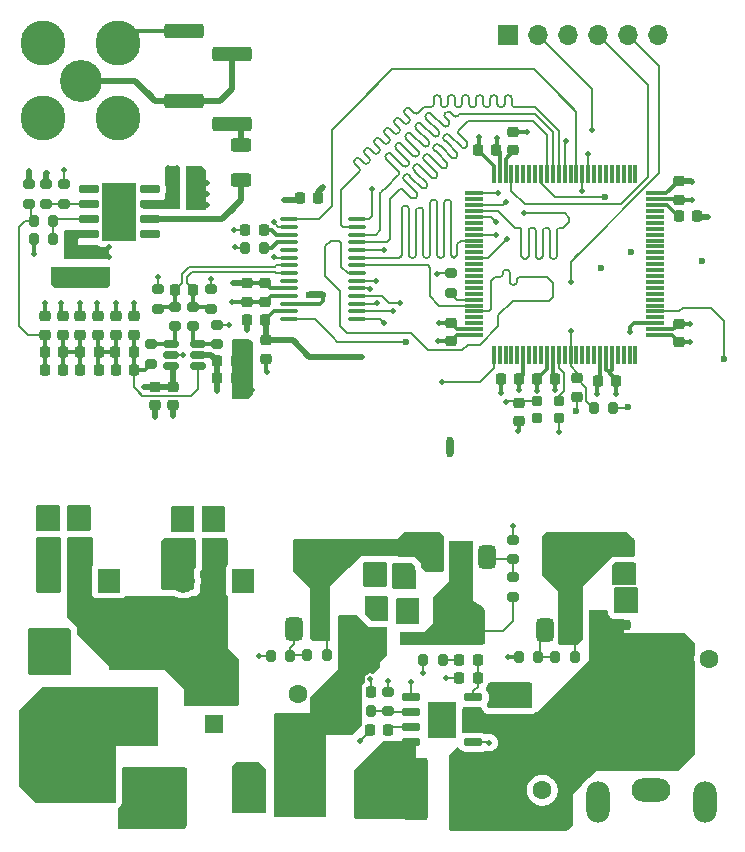
<source format=gbr>
%TF.GenerationSoftware,KiCad,Pcbnew,9.0.0-rc1-459-gb92bef8eee*%
%TF.CreationDate,2025-02-18T20:32:14+01:00*%
%TF.ProjectId,AWG101,41574731-3031-42e6-9b69-6361645f7063,rev?*%
%TF.SameCoordinates,Original*%
%TF.FileFunction,Copper,L1,Top*%
%TF.FilePolarity,Positive*%
%FSLAX46Y46*%
G04 Gerber Fmt 4.6, Leading zero omitted, Abs format (unit mm)*
G04 Created by KiCad (PCBNEW 9.0.0-rc1-459-gb92bef8eee) date 2025-02-18 20:32:14*
%MOMM*%
%LPD*%
G01*
G04 APERTURE LIST*
G04 Aperture macros list*
%AMRoundRect*
0 Rectangle with rounded corners*
0 $1 Rounding radius*
0 $2 $3 $4 $5 $6 $7 $8 $9 X,Y pos of 4 corners*
0 Add a 4 corners polygon primitive as box body*
4,1,4,$2,$3,$4,$5,$6,$7,$8,$9,$2,$3,0*
0 Add four circle primitives for the rounded corners*
1,1,$1+$1,$2,$3*
1,1,$1+$1,$4,$5*
1,1,$1+$1,$6,$7*
1,1,$1+$1,$8,$9*
0 Add four rect primitives between the rounded corners*
20,1,$1+$1,$2,$3,$4,$5,0*
20,1,$1+$1,$4,$5,$6,$7,0*
20,1,$1+$1,$6,$7,$8,$9,0*
20,1,$1+$1,$8,$9,$2,$3,0*%
%AMRotRect*
0 Rectangle, with rotation*
0 The origin of the aperture is its center*
0 $1 length*
0 $2 width*
0 $3 Rotation angle, in degrees counterclockwise*
0 Add horizontal line*
21,1,$1,$2,0,0,$3*%
G04 Aperture macros list end*
%TA.AperFunction,EtchedComponent*%
%ADD10C,0.000000*%
%TD*%
%TA.AperFunction,ComponentPad*%
%ADD11R,1.700000X1.700000*%
%TD*%
%TA.AperFunction,ComponentPad*%
%ADD12O,1.700000X1.700000*%
%TD*%
%TA.AperFunction,SMDPad,CuDef*%
%ADD13RoundRect,0.200000X0.200000X0.275000X-0.200000X0.275000X-0.200000X-0.275000X0.200000X-0.275000X0*%
%TD*%
%TA.AperFunction,ComponentPad*%
%ADD14O,2.000000X3.500000*%
%TD*%
%TA.AperFunction,ComponentPad*%
%ADD15O,3.300000X2.000000*%
%TD*%
%TA.AperFunction,ComponentPad*%
%ADD16R,4.000000X2.000000*%
%TD*%
%TA.AperFunction,SMDPad,CuDef*%
%ADD17RoundRect,0.100000X0.637500X0.100000X-0.637500X0.100000X-0.637500X-0.100000X0.637500X-0.100000X0*%
%TD*%
%TA.AperFunction,HeatsinkPad*%
%ADD18C,0.500000*%
%TD*%
%TA.AperFunction,HeatsinkPad*%
%ADD19R,2.950000X4.900000*%
%TD*%
%TA.AperFunction,SMDPad,CuDef*%
%ADD20RoundRect,0.150000X-0.737500X-0.150000X0.737500X-0.150000X0.737500X0.150000X-0.737500X0.150000X0*%
%TD*%
%TA.AperFunction,HeatsinkPad*%
%ADD21R,2.410000X3.100000*%
%TD*%
%TA.AperFunction,SMDPad,CuDef*%
%ADD22RoundRect,0.150000X0.650000X0.150000X-0.650000X0.150000X-0.650000X-0.150000X0.650000X-0.150000X0*%
%TD*%
%TA.AperFunction,SMDPad,CuDef*%
%ADD23RoundRect,0.250000X-0.625000X0.312500X-0.625000X-0.312500X0.625000X-0.312500X0.625000X0.312500X0*%
%TD*%
%TA.AperFunction,SMDPad,CuDef*%
%ADD24RoundRect,0.200000X-0.275000X0.200000X-0.275000X-0.200000X0.275000X-0.200000X0.275000X0.200000X0*%
%TD*%
%TA.AperFunction,SMDPad,CuDef*%
%ADD25RoundRect,0.250000X-1.425000X0.362500X-1.425000X-0.362500X1.425000X-0.362500X1.425000X0.362500X0*%
%TD*%
%TA.AperFunction,SMDPad,CuDef*%
%ADD26RoundRect,0.225000X-0.225000X-0.250000X0.225000X-0.250000X0.225000X0.250000X-0.225000X0.250000X0*%
%TD*%
%TA.AperFunction,SMDPad,CuDef*%
%ADD27RoundRect,0.225000X-0.250000X0.225000X-0.250000X-0.225000X0.250000X-0.225000X0.250000X0.225000X0*%
%TD*%
%TA.AperFunction,SMDPad,CuDef*%
%ADD28RoundRect,0.225000X0.250000X-0.225000X0.250000X0.225000X-0.250000X0.225000X-0.250000X-0.225000X0*%
%TD*%
%TA.AperFunction,SMDPad,CuDef*%
%ADD29RoundRect,0.225000X0.225000X0.250000X-0.225000X0.250000X-0.225000X-0.250000X0.225000X-0.250000X0*%
%TD*%
%TA.AperFunction,SMDPad,CuDef*%
%ADD30RoundRect,0.218750X0.218750X0.256250X-0.218750X0.256250X-0.218750X-0.256250X0.218750X-0.256250X0*%
%TD*%
%TA.AperFunction,SMDPad,CuDef*%
%ADD31RoundRect,0.200000X-0.200000X-0.275000X0.200000X-0.275000X0.200000X0.275000X-0.200000X0.275000X0*%
%TD*%
%TA.AperFunction,SMDPad,CuDef*%
%ADD32RoundRect,0.250000X1.000000X-1.400000X1.000000X1.400000X-1.000000X1.400000X-1.000000X-1.400000X0*%
%TD*%
%TA.AperFunction,SMDPad,CuDef*%
%ADD33RoundRect,0.200000X0.275000X-0.200000X0.275000X0.200000X-0.275000X0.200000X-0.275000X-0.200000X0*%
%TD*%
%TA.AperFunction,SMDPad,CuDef*%
%ADD34RoundRect,0.250000X0.362500X1.425000X-0.362500X1.425000X-0.362500X-1.425000X0.362500X-1.425000X0*%
%TD*%
%TA.AperFunction,SMDPad,CuDef*%
%ADD35RoundRect,0.250000X-1.400000X-1.000000X1.400000X-1.000000X1.400000X1.000000X-1.400000X1.000000X0*%
%TD*%
%TA.AperFunction,SMDPad,CuDef*%
%ADD36RoundRect,0.200000X0.250000X-0.200000X0.250000X0.200000X-0.250000X0.200000X-0.250000X-0.200000X0*%
%TD*%
%TA.AperFunction,SMDPad,CuDef*%
%ADD37RoundRect,0.375000X-0.375000X0.625000X-0.375000X-0.625000X0.375000X-0.625000X0.375000X0.625000X0*%
%TD*%
%TA.AperFunction,SMDPad,CuDef*%
%ADD38RoundRect,0.500000X-1.400000X0.500000X-1.400000X-0.500000X1.400000X-0.500000X1.400000X0.500000X0*%
%TD*%
%TA.AperFunction,ComponentPad*%
%ADD39R,1.600000X1.600000*%
%TD*%
%TA.AperFunction,ComponentPad*%
%ADD40C,1.600000*%
%TD*%
%TA.AperFunction,SMDPad,CuDef*%
%ADD41RoundRect,0.250000X1.400000X1.000000X-1.400000X1.000000X-1.400000X-1.000000X1.400000X-1.000000X0*%
%TD*%
%TA.AperFunction,SMDPad,CuDef*%
%ADD42RoundRect,0.150000X0.512500X0.150000X-0.512500X0.150000X-0.512500X-0.150000X0.512500X-0.150000X0*%
%TD*%
%TA.AperFunction,SMDPad,CuDef*%
%ADD43RoundRect,0.375000X0.375000X-0.625000X0.375000X0.625000X-0.375000X0.625000X-0.375000X-0.625000X0*%
%TD*%
%TA.AperFunction,SMDPad,CuDef*%
%ADD44RoundRect,0.500000X1.400000X-0.500000X1.400000X0.500000X-1.400000X0.500000X-1.400000X-0.500000X0*%
%TD*%
%TA.AperFunction,SMDPad,CuDef*%
%ADD45RoundRect,0.250000X1.425000X-0.362500X1.425000X0.362500X-1.425000X0.362500X-1.425000X-0.362500X0*%
%TD*%
%TA.AperFunction,ComponentPad*%
%ADD46C,0.600000*%
%TD*%
%TA.AperFunction,ComponentPad*%
%ADD47RotRect,1.600000X1.600000X315.000000*%
%TD*%
%TA.AperFunction,ComponentPad*%
%ADD48R,1.905000X2.000000*%
%TD*%
%TA.AperFunction,ComponentPad*%
%ADD49O,1.905000X2.000000*%
%TD*%
%TA.AperFunction,SMDPad,CuDef*%
%ADD50RoundRect,0.307500X-0.717500X2.342500X-0.717500X-2.342500X0.717500X-2.342500X0.717500X2.342500X0*%
%TD*%
%TA.AperFunction,SMDPad,CuDef*%
%ADD51RoundRect,0.218750X-0.218750X-0.256250X0.218750X-0.256250X0.218750X0.256250X-0.218750X0.256250X0*%
%TD*%
%TA.AperFunction,SMDPad,CuDef*%
%ADD52RoundRect,0.075000X0.075000X-0.725000X0.075000X0.725000X-0.075000X0.725000X-0.075000X-0.725000X0*%
%TD*%
%TA.AperFunction,SMDPad,CuDef*%
%ADD53RoundRect,0.075000X0.725000X-0.075000X0.725000X0.075000X-0.725000X0.075000X-0.725000X-0.075000X0*%
%TD*%
%TA.AperFunction,ComponentPad*%
%ADD54C,3.556000*%
%TD*%
%TA.AperFunction,ComponentPad*%
%ADD55C,3.810000*%
%TD*%
%TA.AperFunction,ViaPad*%
%ADD56C,0.600000*%
%TD*%
%TA.AperFunction,ViaPad*%
%ADD57C,0.500000*%
%TD*%
%TA.AperFunction,Conductor*%
%ADD58C,0.200000*%
%TD*%
%TA.AperFunction,Conductor*%
%ADD59C,0.300000*%
%TD*%
%TA.AperFunction,Conductor*%
%ADD60C,0.500000*%
%TD*%
G04 APERTURE END LIST*
D10*
%TA.AperFunction,EtchedComponent*%
%TO.C,NT2*%
G36*
X67800000Y-133900000D02*
G01*
X67200000Y-133900000D01*
X67200000Y-132700000D01*
X67800000Y-132700000D01*
X67800000Y-133900000D01*
G37*
%TD.AperFunction*%
%TA.AperFunction,EtchedComponent*%
%TO.C,NT1*%
G36*
X56750000Y-120700000D02*
G01*
X55550000Y-120700000D01*
X55550000Y-120100000D01*
X56750000Y-120100000D01*
X56750000Y-120700000D01*
G37*
%TD.AperFunction*%
%TD*%
D11*
%TO.P,J5,1,VDD*%
%TO.N,+3.3VLDO*%
X72420000Y-98400000D03*
D12*
%TO.P,J5,2,SWCLK*%
%TO.N,/AWG/SWCLK*%
X74960000Y-98400000D03*
%TO.P,J5,3,GND*%
%TO.N,DGND*%
X77500000Y-98400000D03*
%TO.P,J5,4,SWDIO*%
%TO.N,/AWG/SWDIO*%
X80040000Y-98400000D03*
%TO.P,J5,5,NRST*%
%TO.N,/AWG/NRST*%
X82580000Y-98400000D03*
%TO.P,J5,6,SWO*%
%TO.N,unconnected-(J5-SWO-Pad6)*%
X85120000Y-98400000D03*
%TD*%
D13*
%TO.P,R7,1,1*%
%TO.N,+3.3VLDO*%
X81325000Y-130000000D03*
%TO.P,R7,2,2*%
%TO.N,/AWG/NRST*%
X79675000Y-130000000D03*
%TD*%
D14*
%TO.P,J3,MP*%
%TO.N,N/C*%
X89050000Y-163300000D03*
X80050000Y-163300000D03*
D15*
%TO.P,J3,2*%
%TO.N,PGND*%
X84550000Y-162300000D03*
D16*
%TO.P,J3,1*%
%TO.N,VIN*%
X84550000Y-156300000D03*
%TD*%
D17*
%TO.P,U3,28,CLK*%
%TO.N,/AWG/DAC_CLK*%
X53875000Y-122450000D03*
%TO.P,U3,27,DVDD*%
%TO.N,+3.3VLDO*%
X53875000Y-121800000D03*
%TO.P,U3,26,DGND*%
%TO.N,DGND*%
X53875000Y-121150000D03*
%TO.P,U3,25,MODE*%
%TO.N,AGND*%
X53875000Y-120500000D03*
%TO.P,U3,24,AVDD*%
%TO.N,+3V3A*%
X53875000Y-119850000D03*
%TO.P,U3,23*%
%TO.N,N/C*%
X53875000Y-119200000D03*
%TO.P,U3,22,IOUTA*%
%TO.N,/AWG/IOUT_P*%
X53875000Y-118550000D03*
%TO.P,U3,21,IOUTB*%
%TO.N,/AWG/IOUT_N*%
X53875000Y-117900000D03*
%TO.P,U3,20,AGND*%
%TO.N,AGND*%
X53875000Y-117250000D03*
%TO.P,U3,19*%
%TO.N,N/C*%
X53875000Y-116600000D03*
%TO.P,U3,18,FS_ADJ*%
%TO.N,Net-(U3-FS_ADJ)*%
X53875000Y-115950000D03*
%TO.P,U3,17,REFIO*%
%TO.N,Net-(U3-REFIO)*%
X53875000Y-115300000D03*
%TO.P,U3,16,REFLO*%
%TO.N,AGND*%
X53875000Y-114650000D03*
%TO.P,U3,15,SLEEP*%
%TO.N,/AWG/DAC_EN*%
X53875000Y-114000000D03*
%TO.P,U3,14,D0*%
%TO.N,/AWG/PSSI_D0*%
X59600000Y-114000000D03*
%TO.P,U3,13,D1*%
%TO.N,/AWG/PSSI_D1*%
X59600000Y-114650000D03*
%TO.P,U3,12,D2*%
%TO.N,/AWG/PSSI_D2*%
X59600000Y-115300000D03*
%TO.P,U3,11,D3*%
%TO.N,/AWG/PSSI_D3*%
X59600000Y-115950000D03*
%TO.P,U3,10,D4*%
%TO.N,/AWG/PSSI_D4*%
X59600000Y-116600000D03*
%TO.P,U3,9,D5*%
%TO.N,/AWG/PSSI_D5*%
X59600000Y-117250000D03*
%TO.P,U3,8,D6*%
%TO.N,/AWG/PSSI_D6*%
X59600000Y-117900000D03*
%TO.P,U3,7,D7*%
%TO.N,/AWG/PSSI_D7*%
X59600000Y-118550000D03*
%TO.P,U3,6,D8*%
%TO.N,/AWG/PSSI_D8*%
X59600000Y-119200000D03*
%TO.P,U3,5,D9*%
%TO.N,/AWG/PSSI_D9*%
X59600000Y-119850000D03*
%TO.P,U3,4,D10*%
%TO.N,/AWG/PSSI_D10*%
X59600000Y-120500000D03*
%TO.P,U3,3,D11*%
%TO.N,/AWG/PSSI_D11*%
X59600000Y-121150000D03*
%TO.P,U3,2,D12*%
%TO.N,/AWG/PSSI_D12*%
X59600000Y-121800000D03*
%TO.P,U3,1,D13*%
%TO.N,/AWG/PSSI_D13*%
X59600000Y-122450000D03*
%TD*%
D18*
%TO.P,U5,9,EP*%
%TO.N,AGND*%
X40150000Y-114670000D03*
X40150000Y-112070000D03*
X40149999Y-113370000D03*
D19*
X39500000Y-113370000D03*
D18*
X38850001Y-113370000D03*
X38850000Y-114670000D03*
X38850000Y-112070000D03*
D20*
%TO.P,U5,8,~{PD}*%
%TO.N,unconnected-(U5-~{PD}-Pad8)*%
X42062501Y-111465000D03*
%TO.P,U5,7,V+*%
%TO.N,+12VLDO*%
X42062500Y-112735000D03*
%TO.P,U5,6*%
%TO.N,Net-(R45-Pad1)*%
X42062500Y-114005000D03*
%TO.P,U5,5,NC*%
%TO.N,unconnected-(U5-NC-Pad5)*%
X42062501Y-115275000D03*
%TO.P,U5,4,V-*%
%TO.N,-12V_LDO*%
X36937499Y-115275000D03*
%TO.P,U5,3,+*%
%TO.N,Net-(U5-+)*%
X36937500Y-114005000D03*
%TO.P,U5,2,-*%
%TO.N,Net-(U5--)*%
X36937500Y-112735000D03*
%TO.P,U5,1,REF*%
%TO.N,unconnected-(U5-REF-Pad1)*%
X36937499Y-111465000D03*
%TD*%
D18*
%TO.P,U11,9*%
%TO.N,N/C*%
X65875800Y-155087800D03*
X65875800Y-156387800D03*
X65875800Y-157687800D03*
D21*
X66830800Y-156387800D03*
D18*
X67785800Y-155087800D03*
X67785800Y-156387800D03*
X67785800Y-157687800D03*
D22*
%TO.P,U11,8,SW*%
%TO.N,/AWG/2421_SW*%
X64180800Y-158292799D03*
%TO.P,U11,7,SS*%
%TO.N,Net-(U11-SS)*%
X64180800Y-157022800D03*
%TO.P,U11,6,FB*%
%TO.N,Net-(U11-FB)*%
X64180800Y-155752800D03*
%TO.P,U11,5,AGND*%
%TO.N,PGND*%
X64180800Y-154482801D03*
%TO.P,U11,4,COMP*%
%TO.N,Net-(U11-COMP)*%
X69480800Y-154482801D03*
%TO.P,U11,3,EN*%
%TO.N,VIN*%
X69480800Y-155752800D03*
%TO.P,U11,2,VIN*%
X69480800Y-157022800D03*
%TO.P,U11,1,PGND*%
%TO.N,PGND*%
X69480800Y-158292799D03*
%TD*%
D23*
%TO.P,R46,1,1*%
%TO.N,/AWG/S_OUT*%
X49800000Y-107737500D03*
%TO.P,R46,2,2*%
%TO.N,Net-(R45-Pad1)*%
X49800000Y-110662500D03*
%TD*%
D24*
%TO.P,R17,1,1*%
%TO.N,AGND*%
X47750000Y-122925000D03*
%TO.P,R17,2,2*%
%TO.N,Net-(U8-+)*%
X47750000Y-124575000D03*
%TD*%
D25*
%TO.P,R21,1,1*%
%TO.N,Net-(J1-In)*%
X49000000Y-100037500D03*
%TO.P,R21,2,2*%
%TO.N,/AWG/S_OUT*%
X49000000Y-105962500D03*
%TD*%
D26*
%TO.P,C9,1,1*%
%TO.N,VCAP1*%
X86875000Y-113750000D03*
%TO.P,C9,2,2*%
%TO.N,DGND*%
X88425000Y-113750000D03*
%TD*%
D27*
%TO.P,C15,1,1*%
%TO.N,+3.3VLDO*%
X73300000Y-129550000D03*
%TO.P,C15,2,2*%
%TO.N,DGND*%
X73300000Y-131100000D03*
%TD*%
%TO.P,C7,1,1*%
%TO.N,+3.3VLDO*%
X82300000Y-141975000D03*
%TO.P,C7,2,2*%
%TO.N,PGND*%
X82300000Y-143525000D03*
%TD*%
D13*
%TO.P,R27,1,1*%
%TO.N,Net-(C30-Pad2)*%
X66875000Y-151350000D03*
%TO.P,R27,2,2*%
%TO.N,PGND*%
X65225000Y-151350000D03*
%TD*%
D27*
%TO.P,C1,1,1*%
%TO.N,+3.3VLDO*%
X51950000Y-124250000D03*
%TO.P,C1,2,2*%
%TO.N,DGND*%
X51950000Y-125800000D03*
%TD*%
D28*
%TO.P,C28,1,1*%
%TO.N,/AWG/DAC_SE_FLT*%
X33212500Y-123775000D03*
%TO.P,C28,2,2*%
%TO.N,AGND*%
X33212500Y-122225000D03*
%TD*%
D29*
%TO.P,C27,1,1*%
%TO.N,Net-(C24-Pad2)*%
X34737500Y-125250000D03*
%TO.P,C27,2,2*%
%TO.N,/AWG/DAC_SE_FLT*%
X33187500Y-125250000D03*
%TD*%
D30*
%TO.P,L1,1,1*%
%TO.N,/AWG/DAC_SE*%
X40750001Y-125250000D03*
%TO.P,L1,2,2*%
%TO.N,Net-(C21-Pad1)*%
X39174999Y-125250000D03*
%TD*%
D27*
%TO.P,C48,1,1*%
%TO.N,+12VLDO*%
X63849999Y-142125000D03*
%TO.P,C48,2,2*%
%TO.N,PGND*%
X63849999Y-143675000D03*
%TD*%
D28*
%TO.P,C26,1,1*%
%TO.N,Net-(C24-Pad2)*%
X34712500Y-123775000D03*
%TO.P,C26,2,2*%
%TO.N,AGND*%
X34712500Y-122225000D03*
%TD*%
D31*
%TO.P,R28,1,1*%
%TO.N,+13V*%
X59175000Y-155600000D03*
%TO.P,R28,2,2*%
%TO.N,Net-(U11-FB)*%
X60825000Y-155600000D03*
%TD*%
D27*
%TO.P,C13,1,1*%
%TO.N,+3.3VLDO*%
X86900000Y-110775000D03*
%TO.P,C13,2,2*%
%TO.N,DGND*%
X86900000Y-112325000D03*
%TD*%
D30*
%TO.P,L2,1,1*%
%TO.N,Net-(C21-Pad1)*%
X37750000Y-125250000D03*
%TO.P,L2,2,2*%
%TO.N,Net-(C24-Pad2)*%
X36174998Y-125250000D03*
%TD*%
D32*
%TO.P,D1,1,K*%
%TO.N,+13V*%
X54600000Y-162356800D03*
%TO.P,D1,2,A*%
%TO.N,/AWG/2421_SW*%
X61400000Y-162356800D03*
%TD*%
D29*
%TO.P,C22,1,1*%
%TO.N,/AWG/DAC_SE*%
X40737500Y-126750000D03*
%TO.P,C22,2,2*%
%TO.N,Net-(C21-Pad1)*%
X39187500Y-126750000D03*
%TD*%
D26*
%TO.P,C50,1,1*%
%TO.N,+12VLDO*%
X44225000Y-112600000D03*
%TO.P,C50,2,2*%
%TO.N,AGND*%
X45775000Y-112600000D03*
%TD*%
D27*
%TO.P,C40,1,1*%
%TO.N,-12V_LDO*%
X36900000Y-116925000D03*
%TO.P,C40,2,2*%
%TO.N,AGND*%
X36900000Y-118475000D03*
%TD*%
%TO.P,C4,1,1*%
%TO.N,+3V3A*%
X50350000Y-119425000D03*
%TO.P,C4,2,2*%
%TO.N,AGND*%
X50350000Y-120975000D03*
%TD*%
D28*
%TO.P,C21,1,1*%
%TO.N,Net-(C21-Pad1)*%
X39212500Y-123775000D03*
%TO.P,C21,2,2*%
%TO.N,AGND*%
X39212500Y-122225000D03*
%TD*%
D33*
%TO.P,R15,1,1*%
%TO.N,/AWG/IOUT_P*%
X47250000Y-121575000D03*
%TO.P,R15,2,2*%
%TO.N,AGND*%
X47250000Y-119925000D03*
%TD*%
D13*
%TO.P,R8,1,1*%
%TO.N,Net-(U5-+)*%
X33925000Y-115670000D03*
%TO.P,R8,2,2*%
%TO.N,/AWG/OFFSET*%
X32275000Y-115670000D03*
%TD*%
D34*
%TO.P,R30,1,1*%
%TO.N,/AWG/2421_SW*%
X49962500Y-162400000D03*
%TO.P,R30,2,2*%
%TO.N,Net-(C17-Pad1)*%
X44037500Y-162400000D03*
%TD*%
D35*
%TO.P,D2,1,K*%
%TO.N,PGND*%
X33600000Y-151200000D03*
%TO.P,D2,2,A*%
%TO.N,Net-(D2-A)*%
X33600000Y-158000000D03*
%TD*%
D28*
%TO.P,C25,1,1*%
%TO.N,Net-(C24-Pad2)*%
X36212500Y-123775000D03*
%TO.P,C25,2,2*%
%TO.N,AGND*%
X36212500Y-122225000D03*
%TD*%
D29*
%TO.P,C29,1,1*%
%TO.N,Net-(U11-COMP)*%
X69836400Y-152806400D03*
%TO.P,C29,2,2*%
%TO.N,PGND*%
X68286400Y-152806400D03*
%TD*%
D24*
%TO.P,R4,1,1*%
%TO.N,PGND*%
X72850000Y-141125000D03*
%TO.P,R4,2,2*%
%TO.N,Net-(U14-ADJ)*%
X72850000Y-142775000D03*
%TD*%
D28*
%TO.P,C20,1,1*%
%TO.N,/AWG/DAC_SE*%
X40712500Y-123775000D03*
%TO.P,C20,2,2*%
%TO.N,AGND*%
X40712500Y-122225000D03*
%TD*%
%TO.P,C44,1,1*%
%TO.N,+13V*%
X61200000Y-149075000D03*
%TO.P,C44,2,2*%
%TO.N,PGND*%
X61200000Y-147525000D03*
%TD*%
D27*
%TO.P,C52,1,1*%
%TO.N,+5VLDO*%
X42550000Y-128175000D03*
%TO.P,C52,2,2*%
%TO.N,AGND*%
X42550000Y-129725000D03*
%TD*%
D26*
%TO.P,C37,1,1*%
%TO.N,+13V*%
X59225000Y-154000000D03*
%TO.P,C37,2,2*%
%TO.N,PGND*%
X60775000Y-154000000D03*
%TD*%
D36*
%TO.P,X1,1,Tri-State*%
%TO.N,unconnected-(X1-Tri-State-Pad1)*%
X74875000Y-130850001D03*
%TO.P,X1,2,GND*%
%TO.N,DGND*%
X76725000Y-130850001D03*
%TO.P,X1,3,OUT*%
%TO.N,/AWG/10MHZ*%
X76725000Y-129400001D03*
%TO.P,X1,4,VDD*%
%TO.N,+3.3VLDO*%
X74875000Y-129400001D03*
%TD*%
D29*
%TO.P,C35,1,1*%
%TO.N,+3.3VLDO*%
X73375000Y-127500000D03*
%TO.P,C35,2,2*%
%TO.N,DGND*%
X71825000Y-127500000D03*
%TD*%
D37*
%TO.P,U14,1,ADJ*%
%TO.N,Net-(U14-ADJ)*%
X70650000Y-142550000D03*
%TO.P,U14,2,VO*%
%TO.N,+5VLDO*%
X68350000Y-142550001D03*
D38*
X68350000Y-148849999D03*
D37*
%TO.P,U14,3,VI*%
%TO.N,+12VLDO*%
X66050000Y-142550000D03*
%TD*%
D29*
%TO.P,C14,1,1*%
%TO.N,+3.3VLDO*%
X76425000Y-127500000D03*
%TO.P,C14,2,2*%
%TO.N,DGND*%
X74875000Y-127500000D03*
%TD*%
D28*
%TO.P,C42,1,1*%
%TO.N,VIN*%
X72884400Y-156463999D03*
%TO.P,C42,2,2*%
%TO.N,PGND*%
X72884400Y-154913999D03*
%TD*%
D39*
%TO.P,C18,1*%
%TO.N,PGND*%
X47545103Y-156704897D03*
D40*
%TO.P,C18,2*%
%TO.N,-13V*%
X47545103Y-154204897D03*
%TD*%
D28*
%TO.P,C11,1,1*%
%TO.N,+3.3VLDO*%
X67600000Y-124325000D03*
%TO.P,C11,2,2*%
%TO.N,DGND*%
X67600000Y-122775000D03*
%TD*%
D27*
%TO.P,C12,1,1*%
%TO.N,+3.3VLDO*%
X86850000Y-122825000D03*
%TO.P,C12,2,2*%
%TO.N,DGND*%
X86850000Y-124375000D03*
%TD*%
D41*
%TO.P,D3,1,K*%
%TO.N,Net-(D2-A)*%
X40600000Y-157200000D03*
%TO.P,D3,2,A*%
%TO.N,-13V*%
X40600000Y-150400000D03*
%TD*%
D13*
%TO.P,R44,1,1*%
%TO.N,Net-(U5-+)*%
X33925000Y-114170000D03*
%TO.P,R44,2,2*%
%TO.N,/AWG/DAC_SE_FLT*%
X32275000Y-114170000D03*
%TD*%
D26*
%TO.P,C54,1,1*%
%TO.N,-5V_LDO*%
X47800000Y-126000000D03*
%TO.P,C54,2,2*%
%TO.N,AGND*%
X49350000Y-126000000D03*
%TD*%
D27*
%TO.P,C43,1,1*%
%TO.N,PGND*%
X71360400Y-154927000D03*
%TO.P,C43,2,2*%
%TO.N,VIN*%
X71360400Y-156477000D03*
%TD*%
D39*
%TO.P,C32,1*%
%TO.N,VIN*%
X86967621Y-151200000D03*
D40*
%TO.P,C32,2*%
%TO.N,PGND*%
X89467621Y-151200000D03*
%TD*%
D42*
%TO.P,U8,1*%
%TO.N,/AWG/DAC_SE*%
X46137500Y-126449999D03*
%TO.P,U8,2,V-*%
%TO.N,-5V_LDO*%
X46137500Y-125500000D03*
%TO.P,U8,3,+*%
%TO.N,Net-(U8-+)*%
X46137500Y-124550001D03*
%TO.P,U8,4,-*%
%TO.N,Net-(U8--)*%
X43862500Y-124550001D03*
%TO.P,U8,5,~{DIS}*%
%TO.N,/AWG/695_EN*%
X43862500Y-125500000D03*
%TO.P,U8,6,V+*%
%TO.N,+5VLDO*%
X43862500Y-126449999D03*
%TD*%
D33*
%TO.P,R36,1,1*%
%TO.N,+5VLDO*%
X72850000Y-145975000D03*
%TO.P,R36,2,2*%
%TO.N,Net-(U14-ADJ)*%
X72850000Y-144325000D03*
%TD*%
D31*
%TO.P,R32,1,1*%
%TO.N,PGND*%
X52300000Y-150950000D03*
%TO.P,R32,2,2*%
%TO.N,Net-(U12-ADJ)*%
X53950000Y-150950000D03*
%TD*%
D33*
%TO.P,R2,1,1*%
%TO.N,/AWG/DAC_SE_FLT*%
X31825000Y-112700000D03*
%TO.P,R2,2,2*%
%TO.N,AGND*%
X31825000Y-111050000D03*
%TD*%
D43*
%TO.P,U9,1,ADJ*%
%TO.N,Net-(U9-ADJ)*%
X75500000Y-148750000D03*
%TO.P,U9,2,VO*%
%TO.N,+3.3VLDO*%
X77800000Y-148749999D03*
D44*
X77800000Y-142450001D03*
D43*
%TO.P,U9,3,VI*%
%TO.N,VIN*%
X80100000Y-148750000D03*
%TD*%
D33*
%TO.P,R16,1,1*%
%TO.N,Net-(U8-+)*%
X45750000Y-123075000D03*
%TO.P,R16,2,2*%
%TO.N,/AWG/IOUT_P*%
X45750000Y-121425000D03*
%TD*%
D45*
%TO.P,R22,1,1*%
%TO.N,Net-(J1-In)*%
X45000000Y-103962500D03*
%TO.P,R22,2,2*%
%TO.N,AGND*%
X45000000Y-98037500D03*
%TD*%
D28*
%TO.P,C8,1,1*%
%TO.N,VCAP2*%
X72850000Y-108125000D03*
%TO.P,C8,2,2*%
%TO.N,DGND*%
X72850000Y-106575000D03*
%TD*%
D27*
%TO.P,C38,1,1*%
%TO.N,PGND*%
X44860000Y-140050000D03*
%TO.P,C38,2,2*%
%TO.N,-5V_LDO*%
X44860000Y-141600000D03*
%TD*%
%TO.P,C45,1,1*%
%TO.N,+12VLDO*%
X61200000Y-141925000D03*
%TO.P,C45,2,2*%
%TO.N,PGND*%
X61200000Y-143475000D03*
%TD*%
D46*
%TO.P,NT2,1,1*%
%TO.N,DGND*%
X67500000Y-132700000D03*
%TO.P,NT2,2,2*%
%TO.N,PGND*%
X67500000Y-133900000D03*
%TD*%
D31*
%TO.P,R9,1,1*%
%TO.N,AGND*%
X50125000Y-116400000D03*
%TO.P,R9,2,2*%
%TO.N,Net-(U3-FS_ADJ)*%
X51775000Y-116400000D03*
%TD*%
D27*
%TO.P,C19,1,1*%
%TO.N,PGND*%
X47460000Y-140025000D03*
%TO.P,C19,2,2*%
%TO.N,-13V*%
X47460000Y-141575000D03*
%TD*%
D13*
%TO.P,R31,1,1*%
%TO.N,+12VLDO*%
X57050000Y-150900000D03*
%TO.P,R31,2,2*%
%TO.N,Net-(U12-ADJ)*%
X55400000Y-150900000D03*
%TD*%
D43*
%TO.P,U12,1,ADJ*%
%TO.N,Net-(U12-ADJ)*%
X54300000Y-148650000D03*
%TO.P,U12,2,VO*%
%TO.N,+12VLDO*%
X56600000Y-148649999D03*
D44*
X56600000Y-142350001D03*
D43*
%TO.P,U12,3,VI*%
%TO.N,+13V*%
X58900000Y-148650000D03*
%TD*%
D27*
%TO.P,C39,1,1*%
%TO.N,-12V_LDO*%
X35400000Y-116925000D03*
%TO.P,C39,2,2*%
%TO.N,AGND*%
X35400000Y-118475000D03*
%TD*%
D24*
%TO.P,R45,1,1*%
%TO.N,Net-(R45-Pad1)*%
X34800000Y-111045000D03*
%TO.P,R45,2,2*%
%TO.N,Net-(U5--)*%
X34800000Y-112695000D03*
%TD*%
D29*
%TO.P,C31,1,1*%
%TO.N,Net-(U11-SS)*%
X62280200Y-157226000D03*
%TO.P,C31,2,2*%
%TO.N,PGND*%
X60730200Y-157226000D03*
%TD*%
D28*
%TO.P,C6,1,1*%
%TO.N,VIN*%
X82325000Y-148375000D03*
%TO.P,C6,2,2*%
%TO.N,PGND*%
X82325000Y-146825000D03*
%TD*%
D29*
%TO.P,C24,1,1*%
%TO.N,Net-(C21-Pad1)*%
X37737500Y-126750000D03*
%TO.P,C24,2,2*%
%TO.N,Net-(C24-Pad2)*%
X36187500Y-126750000D03*
%TD*%
D47*
%TO.P,C41,1*%
%TO.N,VIN*%
X73544800Y-160578800D03*
D40*
%TO.P,C41,2*%
%TO.N,PGND*%
X75312567Y-162346567D03*
%TD*%
D26*
%TO.P,C51,1,1*%
%TO.N,+12VLDO*%
X44225000Y-111100000D03*
%TO.P,C51,2,2*%
%TO.N,AGND*%
X45775000Y-111100000D03*
%TD*%
D28*
%TO.P,C49,1,1*%
%TO.N,+5VLDO*%
X63850000Y-149325000D03*
%TO.P,C49,2,2*%
%TO.N,PGND*%
X63850000Y-147775000D03*
%TD*%
D29*
%TO.P,C33,1,1*%
%TO.N,Net-(U3-REFIO)*%
X51725000Y-114900000D03*
%TO.P,C33,2,2*%
%TO.N,AGND*%
X50175000Y-114900000D03*
%TD*%
D33*
%TO.P,R14,1,1*%
%TO.N,/AWG/IOUT_N*%
X42750000Y-121575000D03*
%TO.P,R14,2,2*%
%TO.N,AGND*%
X42750000Y-119925000D03*
%TD*%
D39*
%TO.P,C17,1*%
%TO.N,Net-(C17-Pad1)*%
X40582380Y-162400000D03*
D40*
%TO.P,C17,2*%
%TO.N,Net-(D2-A)*%
X38082380Y-162400000D03*
%TD*%
D27*
%TO.P,C36,1,1*%
%TO.N,/AWG/NRST*%
X78250000Y-127475000D03*
%TO.P,C36,2,2*%
%TO.N,DGND*%
X78250000Y-129025000D03*
%TD*%
D13*
%TO.P,R5,1,1*%
%TO.N,+3.3VLDO*%
X78048700Y-151043000D03*
%TO.P,R5,2,2*%
%TO.N,Net-(U9-ADJ)*%
X76398700Y-151043000D03*
%TD*%
D39*
%TO.P,C16,1*%
%TO.N,+13V*%
X54647200Y-156731980D03*
D40*
%TO.P,C16,2*%
%TO.N,PGND*%
X54647200Y-154231980D03*
%TD*%
D48*
%TO.P,U15,1,GND*%
%TO.N,PGND*%
X38600000Y-144600000D03*
D49*
%TO.P,U15,2,VI*%
%TO.N,-13V*%
X36060000Y-144600000D03*
%TO.P,U15,3,VO*%
%TO.N,-12V_LDO*%
X33520001Y-144600000D03*
%TD*%
D33*
%TO.P,R29,1,1*%
%TO.N,Net-(U11-FB)*%
X62267199Y-155663400D03*
%TO.P,R29,2,2*%
%TO.N,PGND*%
X62267199Y-154013400D03*
%TD*%
D29*
%TO.P,C2,1,1*%
%TO.N,+3.3VLDO*%
X51875000Y-122500000D03*
%TO.P,C2,2,2*%
%TO.N,DGND*%
X50325000Y-122500000D03*
%TD*%
D50*
%TO.P,L4,1,1*%
%TO.N,VIN*%
X69039200Y-162255200D03*
%TO.P,L4,2,2*%
%TO.N,/AWG/2421_SW*%
X64589200Y-162255200D03*
%TD*%
D33*
%TO.P,R11,1,1*%
%TO.N,Net-(U6-BOOT0)*%
X67550000Y-120225000D03*
%TO.P,R11,2,2*%
%TO.N,DGND*%
X67550000Y-118575000D03*
%TD*%
D30*
%TO.P,L3,1,1*%
%TO.N,Net-(C24-Pad2)*%
X34750001Y-126750000D03*
%TO.P,L3,2,2*%
%TO.N,/AWG/DAC_SE_FLT*%
X33174999Y-126750000D03*
%TD*%
D33*
%TO.P,R43,1,1*%
%TO.N,Net-(U5--)*%
X33300000Y-112695000D03*
%TO.P,R43,2,2*%
%TO.N,AGND*%
X33300000Y-111045000D03*
%TD*%
D28*
%TO.P,C23,1,1*%
%TO.N,Net-(C21-Pad1)*%
X37712500Y-123775000D03*
%TO.P,C23,2,2*%
%TO.N,AGND*%
X37712500Y-122225000D03*
%TD*%
D29*
%TO.P,C30,1,1*%
%TO.N,Net-(U11-COMP)*%
X69836400Y-151333200D03*
%TO.P,C30,2,2*%
%TO.N,Net-(C30-Pad2)*%
X68286400Y-151333200D03*
%TD*%
D51*
%TO.P,FB3,1*%
%TO.N,+3V3A*%
X54774998Y-112225000D03*
%TO.P,FB3,2*%
%TO.N,+3.3VLDO*%
X56350000Y-112225000D03*
%TD*%
D27*
%TO.P,C47,1,1*%
%TO.N,PGND*%
X33460000Y-139850000D03*
%TO.P,C47,2,2*%
%TO.N,-12V_LDO*%
X33460000Y-141400000D03*
%TD*%
%TO.P,C46,1,1*%
%TO.N,PGND*%
X36060000Y-139850000D03*
%TO.P,C46,2,2*%
%TO.N,-13V*%
X36060000Y-141400000D03*
%TD*%
D26*
%TO.P,C55,1,1*%
%TO.N,-5V_LDO*%
X47800000Y-127475000D03*
%TO.P,C55,2,2*%
%TO.N,AGND*%
X49350000Y-127475000D03*
%TD*%
D27*
%TO.P,C53,1,1*%
%TO.N,+5VLDO*%
X44050000Y-128175000D03*
%TO.P,C53,2,2*%
%TO.N,AGND*%
X44050000Y-129725000D03*
%TD*%
D52*
%TO.P,U6,1,PE2*%
%TO.N,/AWG/695_EN*%
X71200000Y-125475000D03*
%TO.P,U6,2,PE3*%
%TO.N,unconnected-(U6-PE3-Pad2)*%
X71700000Y-125475000D03*
%TO.P,U6,3,PE4*%
%TO.N,unconnected-(U6-PE4-Pad3)*%
X72200001Y-125475000D03*
%TO.P,U6,4,PE5*%
%TO.N,unconnected-(U6-PE5-Pad4)*%
X72700000Y-125475000D03*
%TO.P,U6,5,PE6*%
%TO.N,unconnected-(U6-PE6-Pad5)*%
X73199999Y-125475000D03*
%TO.P,U6,6,VBAT*%
%TO.N,+3.3VLDO*%
X73700000Y-125475000D03*
%TO.P,U6,7,PC13*%
%TO.N,unconnected-(U6-PC13-Pad7)*%
X74200000Y-125475000D03*
%TO.P,U6,8,PC14*%
%TO.N,unconnected-(U6-PC14-Pad8)*%
X74700001Y-125475000D03*
%TO.P,U6,9,PC15*%
%TO.N,unconnected-(U6-PC15-Pad9)*%
X75200000Y-125475000D03*
%TO.P,U6,10,VSS*%
%TO.N,DGND*%
X75700000Y-125475000D03*
%TO.P,U6,11,VDD*%
%TO.N,+3.3VLDO*%
X76200000Y-125475000D03*
%TO.P,U6,12,PH0*%
%TO.N,/AWG/10MHZ*%
X76700000Y-125475000D03*
%TO.P,U6,13,PH1*%
%TO.N,/AWG/10MHZ_EN*%
X77200000Y-125475001D03*
%TO.P,U6,14,NRST*%
%TO.N,/AWG/NRST*%
X77700000Y-125475000D03*
%TO.P,U6,15,PC0*%
%TO.N,unconnected-(U6-PC0-Pad15)*%
X78200000Y-125475000D03*
%TO.P,U6,16,PC1*%
%TO.N,unconnected-(U6-PC1-Pad16)*%
X78700000Y-125475000D03*
%TO.P,U6,17,PC2_C*%
%TO.N,unconnected-(U6-PC2_C-Pad17)*%
X79200000Y-125475000D03*
%TO.P,U6,18,PC3_C*%
%TO.N,unconnected-(U6-PC3_C-Pad18)*%
X79699999Y-125475000D03*
%TO.P,U6,19,VSSA*%
%TO.N,AGND*%
X80200000Y-125475000D03*
%TO.P,U6,20,VREF+*%
%TO.N,+3V3A*%
X80700000Y-125475000D03*
%TO.P,U6,21,VDDA*%
X81200001Y-125475000D03*
%TO.P,U6,22,PA0*%
%TO.N,unconnected-(U6-PA0-Pad22)*%
X81700000Y-125475000D03*
%TO.P,U6,23,PA1*%
%TO.N,unconnected-(U6-PA1-Pad23)*%
X82199999Y-125475000D03*
%TO.P,U6,24,PA2*%
%TO.N,unconnected-(U6-PA2-Pad24)*%
X82700000Y-125475000D03*
%TO.P,U6,25,PA3*%
%TO.N,unconnected-(U6-PA3-Pad25)*%
X83200000Y-125475000D03*
D53*
%TO.P,U6,26,VSS*%
%TO.N,DGND*%
X84875000Y-123800000D03*
%TO.P,U6,27,VDD*%
%TO.N,+3.3VLDO*%
X84875000Y-123300000D03*
%TO.P,U6,28,PA4*%
%TO.N,/AWG/OFFSET*%
X84875000Y-122799999D03*
%TO.P,U6,29,PA5*%
%TO.N,/AWG/PSSI_D14*%
X84875000Y-122300000D03*
%TO.P,U6,30,PA6*%
%TO.N,/AWG/PSSI_CLK*%
X84875000Y-121800001D03*
%TO.P,U6,31,PA7*%
%TO.N,/AWG/SPI1_MOSI*%
X84875000Y-121300000D03*
%TO.P,U6,32,PC4*%
%TO.N,unconnected-(U6-PC4-Pad32)*%
X84875000Y-120800000D03*
%TO.P,U6,33,PC5*%
%TO.N,/AWG/PSSI_D15*%
X84875000Y-120299999D03*
%TO.P,U6,34,PB0*%
%TO.N,unconnected-(U6-PB0-Pad34)*%
X84875000Y-119800000D03*
%TO.P,U6,35,PB1*%
%TO.N,unconnected-(U6-PB1-Pad35)*%
X84875000Y-119300000D03*
%TO.P,U6,36,PB2*%
%TO.N,unconnected-(U6-PB2-Pad36)*%
X84875000Y-118800000D03*
%TO.P,U6,37,PE7*%
%TO.N,unconnected-(U6-PE7-Pad37)*%
X84875000Y-118300000D03*
%TO.P,U6,38,PE8*%
%TO.N,unconnected-(U6-PE8-Pad38)*%
X84875001Y-117800000D03*
%TO.P,U6,39,PE9*%
%TO.N,unconnected-(U6-PE9-Pad39)*%
X84875000Y-117300000D03*
%TO.P,U6,40,PE10*%
%TO.N,unconnected-(U6-PE10-Pad40)*%
X84875000Y-116800000D03*
%TO.P,U6,41,PE11*%
%TO.N,unconnected-(U6-PE11-Pad41)*%
X84875000Y-116300000D03*
%TO.P,U6,42,PE12*%
%TO.N,unconnected-(U6-PE12-Pad42)*%
X84875000Y-115800000D03*
%TO.P,U6,43,PE13*%
%TO.N,unconnected-(U6-PE13-Pad43)*%
X84875000Y-115300001D03*
%TO.P,U6,44,PE14*%
%TO.N,unconnected-(U6-PE14-Pad44)*%
X84875000Y-114800000D03*
%TO.P,U6,45,PE15*%
%TO.N,unconnected-(U6-PE15-Pad45)*%
X84875000Y-114300000D03*
%TO.P,U6,46,PB10*%
%TO.N,unconnected-(U6-PB10-Pad46)*%
X84875000Y-113799999D03*
%TO.P,U6,47,PB11*%
%TO.N,unconnected-(U6-PB11-Pad47)*%
X84875000Y-113300000D03*
%TO.P,U6,48,VCAP*%
%TO.N,VCAP1*%
X84875000Y-112800001D03*
%TO.P,U6,49,VSS*%
%TO.N,DGND*%
X84875000Y-112300000D03*
%TO.P,U6,50,VDD*%
%TO.N,+3.3VLDO*%
X84875000Y-111800000D03*
D52*
%TO.P,U6,51,PB12*%
%TO.N,unconnected-(U6-PB12-Pad51)*%
X83200000Y-110125000D03*
%TO.P,U6,52,PB13*%
%TO.N,unconnected-(U6-PB13-Pad52)*%
X82700000Y-110125000D03*
%TO.P,U6,53,PB14*%
%TO.N,unconnected-(U6-PB14-Pad53)*%
X82199999Y-110125000D03*
%TO.P,U6,54,PB15*%
%TO.N,unconnected-(U6-PB15-Pad54)*%
X81700000Y-110125000D03*
%TO.P,U6,55,PD8*%
%TO.N,unconnected-(U6-PD8-Pad55)*%
X81200001Y-110125000D03*
%TO.P,U6,56,PD9*%
%TO.N,unconnected-(U6-PD9-Pad56)*%
X80700000Y-110125000D03*
%TO.P,U6,57,PD10*%
%TO.N,unconnected-(U6-PD10-Pad57)*%
X80200000Y-110125000D03*
%TO.P,U6,58,PD11*%
%TO.N,unconnected-(U6-PD11-Pad58)*%
X79699999Y-110125000D03*
%TO.P,U6,59,PD12*%
%TO.N,/AWG/PSSI_D12*%
X79200000Y-110125000D03*
%TO.P,U6,60,PD13*%
%TO.N,/AWG/PSSI_D13*%
X78700000Y-110125000D03*
%TO.P,U6,61,PD14*%
%TO.N,/AWG/DAC_EN*%
X78200000Y-110125000D03*
%TO.P,U6,62,PD15*%
%TO.N,unconnected-(U6-PD15-Pad62)*%
X77700000Y-110125000D03*
%TO.P,U6,63,PC6*%
%TO.N,/AWG/PSSI_D0*%
X77200000Y-110124999D03*
%TO.P,U6,64,PC7*%
%TO.N,/AWG/PSSI_D1*%
X76700000Y-110125000D03*
%TO.P,U6,65,PC8*%
%TO.N,/AWG/PSSI_D2*%
X76200000Y-110125000D03*
%TO.P,U6,66,PC9*%
%TO.N,/AWG/PSSI_D3*%
X75700000Y-110125000D03*
%TO.P,U6,67,PA8*%
%TO.N,/AWG/MCO1*%
X75200000Y-110125000D03*
%TO.P,U6,68,PA9*%
%TO.N,/AWG/OTG_HS_VBUS*%
X74700001Y-110125000D03*
%TO.P,U6,69,PA10*%
%TO.N,/AWG/OTG_HS_ID*%
X74200000Y-110125000D03*
%TO.P,U6,70,PA11*%
%TO.N,/AWG/OTG_HS_DM*%
X73700000Y-110125000D03*
%TO.P,U6,71,PA12*%
%TO.N,/AWG/OTG_HS_DP*%
X73199999Y-110125000D03*
%TO.P,U6,72,PA13(JTMS*%
%TO.N,/AWG/SWDIO*%
X72700000Y-110125000D03*
%TO.P,U6,73,VCAP*%
%TO.N,VCAP2*%
X72200001Y-110125000D03*
%TO.P,U6,74,VSS*%
%TO.N,DGND*%
X71700000Y-110125000D03*
%TO.P,U6,75,VDD*%
%TO.N,+3.3VLDO*%
X71200000Y-110125000D03*
D53*
%TO.P,U6,76,PA14(JTCK*%
%TO.N,/AWG/SWCLK*%
X69525000Y-111800000D03*
%TO.P,U6,77,PA15(JTDI)*%
%TO.N,unconnected-(U6-PA15(JTDI)-Pad77)*%
X69525000Y-112300000D03*
%TO.P,U6,78,PC10*%
%TO.N,/AWG/PSSI_D8*%
X69525000Y-112800001D03*
%TO.P,U6,79,PC11*%
%TO.N,/AWG/PSSI_D4*%
X69525000Y-113300000D03*
%TO.P,U6,80,PC12*%
%TO.N,/AWG/PSSI_D9*%
X69525000Y-113799999D03*
%TO.P,U6,81,PD0*%
%TO.N,unconnected-(U6-PD0-Pad81)*%
X69525000Y-114300000D03*
%TO.P,U6,82,PD1*%
%TO.N,unconnected-(U6-PD1-Pad82)*%
X69525000Y-114800000D03*
%TO.P,U6,83,PD2*%
%TO.N,/AWG/PSSI_D11*%
X69525000Y-115300001D03*
%TO.P,U6,84,PD3*%
%TO.N,/AWG/PSSI_D5*%
X69525000Y-115800000D03*
%TO.P,U6,85,PD4*%
%TO.N,unconnected-(U6-PD4-Pad85)*%
X69525000Y-116300000D03*
%TO.P,U6,86,PD5*%
%TO.N,unconnected-(U6-PD5-Pad86)*%
X69525000Y-116800000D03*
%TO.P,U6,87,PD6*%
%TO.N,/AWG/PSSI_D10*%
X69525000Y-117300000D03*
%TO.P,U6,88,PD7*%
%TO.N,unconnected-(U6-PD7-Pad88)*%
X69524999Y-117800000D03*
%TO.P,U6,89,PB3(JTDO*%
%TO.N,/AWG/SPI1_SCK*%
X69525000Y-118300000D03*
%TO.P,U6,90,PB4(NJTRST)*%
%TO.N,/AWG/SPI1_MISO*%
X69525000Y-118800000D03*
%TO.P,U6,91,PB5*%
%TO.N,unconnected-(U6-PB5-Pad91)*%
X69525000Y-119300000D03*
%TO.P,U6,92,PB6*%
%TO.N,unconnected-(U6-PB6-Pad92)*%
X69525000Y-119800000D03*
%TO.P,U6,93,PB7*%
%TO.N,unconnected-(U6-PB7-Pad93)*%
X69525000Y-120299999D03*
%TO.P,U6,94,BOOT0*%
%TO.N,Net-(U6-BOOT0)*%
X69525000Y-120800000D03*
%TO.P,U6,95,PB8*%
%TO.N,/AWG/PSSI_D6*%
X69525000Y-121300000D03*
%TO.P,U6,96,PB9*%
%TO.N,/AWG/PSSI_D7*%
X69525000Y-121800001D03*
%TO.P,U6,97,PE0*%
%TO.N,unconnected-(U6-PE0-Pad97)*%
X69525000Y-122300000D03*
%TO.P,U6,98,PE1*%
%TO.N,unconnected-(U6-PE1-Pad98)*%
X69525000Y-122799999D03*
%TO.P,U6,99,VSS*%
%TO.N,DGND*%
X69525000Y-123300000D03*
%TO.P,U6,100,VDD*%
%TO.N,+3.3VLDO*%
X69525000Y-123800000D03*
%TD*%
D26*
%TO.P,C34,1,1*%
%TO.N,/AWG/IOUT_N*%
X44225000Y-120000000D03*
%TO.P,C34,2,2*%
%TO.N,/AWG/IOUT_P*%
X45775000Y-120000000D03*
%TD*%
D48*
%TO.P,U10,1,GND*%
%TO.N,PGND*%
X50000000Y-144600000D03*
D49*
%TO.P,U10,2,VI*%
%TO.N,-13V*%
X47460000Y-144600000D03*
%TO.P,U10,3,VO*%
%TO.N,-5V_LDO*%
X44920001Y-144600000D03*
%TD*%
D26*
%TO.P,C10,1,1*%
%TO.N,+3.3VLDO*%
X69850000Y-108125000D03*
%TO.P,C10,2,2*%
%TO.N,DGND*%
X71400000Y-108125000D03*
%TD*%
D33*
%TO.P,R18,1,1*%
%TO.N,Net-(U8--)*%
X44250000Y-123075000D03*
%TO.P,R18,2,2*%
%TO.N,/AWG/IOUT_N*%
X44250000Y-121425000D03*
%TD*%
%TO.P,R19,1,1*%
%TO.N,/AWG/DAC_SE*%
X42200000Y-126225000D03*
%TO.P,R19,2,2*%
%TO.N,Net-(U8--)*%
X42200000Y-124575000D03*
%TD*%
D27*
%TO.P,C3,1,1*%
%TO.N,+3V3A*%
X51850000Y-119425000D03*
%TO.P,C3,2,2*%
%TO.N,AGND*%
X51850000Y-120975000D03*
%TD*%
D31*
%TO.P,R6,1,1*%
%TO.N,PGND*%
X73298700Y-151043000D03*
%TO.P,R6,2,2*%
%TO.N,Net-(U9-ADJ)*%
X74948700Y-151043000D03*
%TD*%
D29*
%TO.P,C5,1,1*%
%TO.N,+3V3A*%
X81550000Y-127675000D03*
%TO.P,C5,2,2*%
%TO.N,AGND*%
X80000000Y-127675000D03*
%TD*%
D54*
%TO.P,J1,1,In*%
%TO.N,Net-(J1-In)*%
X36250000Y-102250000D03*
D55*
%TO.P,J1,2,Ext*%
%TO.N,AGND*%
X33075000Y-99075000D03*
X33075000Y-105425000D03*
X39425000Y-99075000D03*
X39425000Y-105425000D03*
%TD*%
D46*
%TO.P,NT1,1,1*%
%TO.N,DGND*%
X56750000Y-120400000D03*
%TO.P,NT1,2,2*%
%TO.N,AGND*%
X55550000Y-120400000D03*
%TD*%
D56*
%TO.N,+3.3VLDO*%
X82600000Y-129900000D03*
%TO.N,DGND*%
X78200000Y-130200000D03*
%TO.N,/AWG/PSSI_CLK*%
X90700000Y-125800000D03*
%TO.N,+3.3VLDO*%
X88800000Y-117500000D03*
X80300000Y-118125000D03*
%TO.N,/AWG/DAC_CLK*%
X63800000Y-124400000D03*
%TO.N,DGND*%
X82800000Y-116800000D03*
%TO.N,/AWG/MCO1*%
X80600000Y-112125000D03*
D57*
%TO.N,AGND*%
X50275000Y-125950000D03*
X46900000Y-111825000D03*
X34925000Y-119500000D03*
X37600000Y-121087500D03*
X42550000Y-130775000D03*
X34350000Y-118675000D03*
X33200000Y-121087500D03*
X46475000Y-109950000D03*
X46925000Y-110900000D03*
X37625000Y-119500000D03*
X36750000Y-119575000D03*
X36200000Y-121087500D03*
X49275000Y-116375000D03*
X46900000Y-112750000D03*
X49000000Y-121000000D03*
X48775000Y-122925000D03*
X47275000Y-119050000D03*
X50575000Y-127225000D03*
X49350000Y-128575000D03*
X40712500Y-121112500D03*
X34600000Y-121087500D03*
X31875000Y-109925000D03*
X37925000Y-118600000D03*
X35875000Y-119525000D03*
X50525000Y-124675000D03*
X44075000Y-130675000D03*
X33350000Y-110050000D03*
X39200000Y-121087500D03*
X42775000Y-118900000D03*
X45575000Y-109950000D03*
X49325000Y-124800000D03*
X50725000Y-128475000D03*
X52600000Y-117200000D03*
X52557343Y-114253987D03*
X79925000Y-128750000D03*
X49175000Y-114875000D03*
%TO.N,/AWG/PSSI_D8*%
X72200000Y-112500000D03*
X61200000Y-119200000D03*
%TO.N,/AWG/PSSI_D0*%
X60900000Y-111400000D03*
X77300000Y-107400000D03*
%TO.N,/AWG/PSSI_D4*%
X61900000Y-116600000D03*
X73800000Y-113500000D03*
%TO.N,/AWG/PSSI_D9*%
X60750000Y-119900000D03*
X71400000Y-114200000D03*
%TO.N,/AWG/PSSI_D10*%
X72300000Y-115700000D03*
X63300000Y-121100000D03*
%TO.N,/AWG/PSSI_D12*%
X62700000Y-121800000D03*
X79200000Y-108474265D03*
%TO.N,/AWG/PSSI_D13*%
X78700000Y-111600000D03*
X61900000Y-122800000D03*
%TO.N,/AWG/PSSI_D11*%
X61350000Y-121100000D03*
X71400000Y-115300000D03*
%TO.N,/AWG/SWCLK*%
X71550000Y-111800000D03*
X79500000Y-106400000D03*
%TO.N,+3V3A*%
X81571091Y-128821091D03*
X53425000Y-112325000D03*
X49125000Y-119400000D03*
%TO.N,PGND*%
X83000000Y-145700000D03*
X64510000Y-146875000D03*
X64200000Y-153200000D03*
X32400000Y-149200000D03*
X47060000Y-139095000D03*
X70800000Y-158300000D03*
X74010000Y-154000000D03*
X63015000Y-144475000D03*
X61860000Y-146700000D03*
X63510000Y-146875000D03*
X35660000Y-139000000D03*
X34600000Y-149200000D03*
X65250000Y-152450000D03*
X36660000Y-139000000D03*
X62250000Y-153050000D03*
X73010000Y-154000000D03*
X33860000Y-139000000D03*
X67200000Y-152800000D03*
X51350000Y-150950000D03*
X81925000Y-145750000D03*
X59850000Y-158200000D03*
X32860000Y-139000000D03*
X72850000Y-140000000D03*
X48060000Y-139095000D03*
X81825000Y-144575000D03*
X71110000Y-154000000D03*
X45460000Y-139095000D03*
X72375000Y-151043000D03*
X61540000Y-144300000D03*
X60750000Y-152900000D03*
X44260000Y-139095000D03*
X82700000Y-144450000D03*
X33600000Y-149200000D03*
X64015000Y-144475000D03*
X72110000Y-154000000D03*
X60540000Y-144300000D03*
X60860000Y-146700000D03*
%TO.N,/AWG/695_EN*%
X66800000Y-127800000D03*
X44900000Y-125500000D03*
%TO.N,/AWG/OFFSET*%
X82750000Y-123525000D03*
X32250000Y-116950000D03*
%TO.N,-12V_LDO*%
X38625000Y-117225000D03*
X38625000Y-116375000D03*
%TO.N,/AWG/2421_SW*%
X51050000Y-161850000D03*
X63175000Y-163600000D03*
X51075000Y-161050000D03*
X51050000Y-163375000D03*
X63150000Y-162525000D03*
X51050000Y-162725000D03*
X63200000Y-161600000D03*
%TO.N,Net-(R45-Pad1)*%
X43900000Y-114000000D03*
X34800000Y-109800000D03*
%TO.N,+12VLDO*%
X59275000Y-141500000D03*
X59275000Y-142325000D03*
X44400000Y-109625000D03*
X43600000Y-109625000D03*
%TO.N,+3.3VLDO*%
X66500000Y-124300000D03*
X80250000Y-140825000D03*
X87950000Y-110800000D03*
X87800000Y-122825000D03*
X69950000Y-107000000D03*
X77475000Y-140825000D03*
X79000000Y-140825000D03*
X72250000Y-129450000D03*
X76325000Y-140850000D03*
X76375000Y-128450000D03*
X73375000Y-128450000D03*
X56750000Y-111250000D03*
X81650000Y-140800000D03*
%TO.N,-5V_LDO*%
X47775000Y-128500000D03*
%TO.N,+5VLDO*%
X41575000Y-128175000D03*
X65750000Y-149525000D03*
%TO.N,DGND*%
X73250000Y-131900000D03*
X76725000Y-132000000D03*
X74900000Y-128500000D03*
X89375000Y-113775000D03*
X71775000Y-128725000D03*
X66400000Y-118600000D03*
X50325000Y-123400000D03*
X87850000Y-124400000D03*
X66600000Y-122750000D03*
X73975000Y-106600000D03*
X71500000Y-107150000D03*
X52000000Y-126900000D03*
X87950000Y-112400000D03*
%TO.N,+3.3VLDO*%
X60075000Y-125675000D03*
%TO.N,/AWG/NRST*%
X77700000Y-119300000D03*
X77700000Y-123425000D03*
%TD*%
D58*
%TO.N,/AWG/SWDIO*%
X84279412Y-102639412D02*
X84279412Y-110379412D01*
X84279412Y-110379412D02*
X81933824Y-112725000D01*
X80040000Y-98400000D02*
X84279412Y-102639412D01*
%TO.N,/AWG/SWCLK*%
X79500000Y-102940000D02*
X79500000Y-106400000D01*
X74960000Y-98400000D02*
X79500000Y-102940000D01*
%TO.N,+3.3VLDO*%
X82500000Y-130000000D02*
X82600000Y-129900000D01*
X81325000Y-130000000D02*
X82500000Y-130000000D01*
%TO.N,DGND*%
X78250000Y-130150000D02*
X78200000Y-130200000D01*
X78250000Y-129025000D02*
X78250000Y-130150000D01*
%TO.N,/AWG/NRST*%
X79026000Y-128251000D02*
X78250000Y-127475000D01*
X79026000Y-129351000D02*
X79026000Y-128251000D01*
X79675000Y-130000000D02*
X79026000Y-129351000D01*
%TO.N,/AWG/PSSI_CLK*%
X86899999Y-121800001D02*
X84875000Y-121800001D01*
X87200000Y-121500000D02*
X86899999Y-121800001D01*
X90700000Y-122600000D02*
X89600000Y-121500000D01*
X90700000Y-125800000D02*
X90700000Y-122600000D01*
X89600000Y-121500000D02*
X87200000Y-121500000D01*
%TO.N,/AWG/DAC_CLK*%
X58000000Y-124400000D02*
X57950000Y-124350000D01*
X63800000Y-124400000D02*
X58000000Y-124400000D01*
X57950000Y-124350000D02*
X57600000Y-124000000D01*
%TO.N,/AWG/PSSI_D7*%
X58850000Y-118550000D02*
X59600000Y-118550000D01*
X58100000Y-115800000D02*
X58300000Y-116000000D01*
X58300000Y-116000000D02*
X58300000Y-118000000D01*
X56900000Y-116300000D02*
X57400000Y-115800000D01*
X56900000Y-118800000D02*
X56900000Y-116300000D01*
X58200000Y-123000000D02*
X58200000Y-120100000D01*
X58300000Y-118000000D02*
X58850000Y-118550000D01*
X58800000Y-123600000D02*
X58200000Y-123000000D01*
X57400000Y-115800000D02*
X58100000Y-115800000D01*
X58200000Y-120100000D02*
X56900000Y-118800000D01*
X61000000Y-123600000D02*
X58800000Y-123600000D01*
X64200000Y-123600000D02*
X61000000Y-123600000D01*
X63500000Y-123600000D02*
X61000000Y-123600000D01*
X64200000Y-123600000D02*
X63500000Y-123600000D01*
X65676000Y-125076000D02*
X64200000Y-123600000D01*
X68524000Y-125076000D02*
X65676000Y-125076000D01*
X69000000Y-124600000D02*
X68524000Y-125076000D01*
X71600000Y-123058824D02*
X70058824Y-124600000D01*
X71600000Y-122100000D02*
X71600000Y-123058824D01*
X72800000Y-120900000D02*
X71600000Y-122100000D01*
X75900000Y-120900000D02*
X72800000Y-120900000D01*
X76200000Y-119400000D02*
X76200000Y-120600000D01*
X70058824Y-124600000D02*
X69000000Y-124600000D01*
X76200000Y-120600000D02*
X75900000Y-120900000D01*
X74567741Y-118900000D02*
X75700000Y-118900000D01*
X75700000Y-118900000D02*
X76200000Y-119400000D01*
%TO.N,/AWG/MCO1*%
X80574000Y-112151000D02*
X80600000Y-112125000D01*
X76392176Y-112151000D02*
X80574000Y-112151000D01*
X75200000Y-110958824D02*
X76392176Y-112151000D01*
X75200000Y-110125000D02*
X75200000Y-110958824D01*
%TO.N,/AWG/DAC_CLK*%
X56050000Y-122450000D02*
X53875000Y-122450000D01*
X57600000Y-124000000D02*
X56050000Y-122450000D01*
D59*
%TO.N,/AWG/OFFSET*%
X83100000Y-122799999D02*
X82750000Y-123149999D01*
X83100000Y-122799999D02*
X84875000Y-122799999D01*
X82750000Y-123149999D02*
X82750000Y-123525000D01*
D58*
%TO.N,AGND*%
X50175000Y-114900000D02*
X49200000Y-114900000D01*
X47750000Y-122925000D02*
X48775000Y-122925000D01*
D60*
X33300000Y-111045000D02*
X33300000Y-110100000D01*
D58*
X52650000Y-117250000D02*
X52600000Y-117200000D01*
X42750000Y-118925000D02*
X42775000Y-118900000D01*
D60*
X33300000Y-110100000D02*
X33350000Y-110050000D01*
D59*
X80200000Y-125475000D02*
X80200000Y-127475000D01*
D60*
X31825000Y-111050000D02*
X31825000Y-109975000D01*
D58*
X49200000Y-114900000D02*
X49175000Y-114875000D01*
D60*
X42550000Y-129725000D02*
X42550000Y-130775000D01*
D59*
X36200000Y-121087500D02*
X36200000Y-122200000D01*
D60*
X44050000Y-129725000D02*
X44050000Y-130650000D01*
X44050000Y-130650000D02*
X44075000Y-130675000D01*
D59*
X51850000Y-120975000D02*
X50350000Y-120975000D01*
X45000000Y-98037500D02*
X40462500Y-98037500D01*
X40712500Y-121112500D02*
X40712500Y-122225000D01*
D58*
X47250000Y-119075000D02*
X47275000Y-119050000D01*
X52953356Y-114650000D02*
X52557343Y-114253987D01*
D59*
X50350000Y-120975000D02*
X49025000Y-120975000D01*
X33200000Y-121087500D02*
X33200000Y-122200000D01*
X53875000Y-120500000D02*
X52325000Y-120500000D01*
D58*
X53875000Y-117250000D02*
X52650000Y-117250000D01*
D59*
X34600000Y-121087500D02*
X34600000Y-122200000D01*
D58*
X53875000Y-114650000D02*
X52953356Y-114650000D01*
X47250000Y-119925000D02*
X47250000Y-119075000D01*
D59*
X52325000Y-120500000D02*
X51850000Y-120975000D01*
X37600000Y-121087500D02*
X37600000Y-122200000D01*
D60*
X31825000Y-109975000D02*
X31875000Y-109925000D01*
D58*
X50125000Y-116400000D02*
X49300000Y-116400000D01*
X42750000Y-119925000D02*
X42750000Y-118925000D01*
D59*
X79925000Y-128750000D02*
X79925000Y-127750000D01*
X49025000Y-120975000D02*
X49000000Y-121000000D01*
D58*
X49300000Y-116400000D02*
X49275000Y-116375000D01*
D59*
X39200000Y-121087500D02*
X39200000Y-122200000D01*
D58*
%TO.N,/AWG/NRST*%
X78250000Y-127000000D02*
X78250000Y-127475000D01*
X77700000Y-126450000D02*
X78250000Y-127000000D01*
X77700000Y-125475000D02*
X77700000Y-126450000D01*
%TO.N,Net-(U6-BOOT0)*%
X67550000Y-120225000D02*
X68125000Y-120800000D01*
X68125000Y-120800000D02*
X69525000Y-120800000D01*
D59*
%TO.N,Net-(C21-Pad1)*%
X37712500Y-123775000D02*
X37712500Y-126725000D01*
X39212500Y-123775000D02*
X39212500Y-126725000D01*
X39175000Y-125250000D02*
X37750000Y-125250000D01*
%TO.N,Net-(C24-Pad2)*%
X34712500Y-123775000D02*
X34712500Y-126712500D01*
X36212500Y-123775000D02*
X36212500Y-126725000D01*
X36175000Y-125250000D02*
X34737500Y-125250000D01*
D58*
%TO.N,/AWG/PSSI_D8*%
X72200000Y-112500000D02*
X72200000Y-112600000D01*
X71999999Y-112800001D02*
X69525000Y-112800001D01*
X61200000Y-119200000D02*
X59600000Y-119200000D01*
X72200000Y-112600000D02*
X71999999Y-112800001D01*
%TO.N,/AWG/PSSI_D0*%
X60900000Y-113700000D02*
X60600000Y-114000000D01*
X60900000Y-111400000D02*
X60900000Y-113700000D01*
X60600000Y-114000000D02*
X59600000Y-114000000D01*
X60800000Y-113800000D02*
X60600000Y-114000000D01*
X77200000Y-107500000D02*
X77300000Y-107400000D01*
X77200000Y-110124999D02*
X77200000Y-107500000D01*
X60900000Y-113700000D02*
X60800000Y-113800000D01*
%TO.N,/AWG/PSSI_D3*%
X67077117Y-106856955D02*
X66992264Y-106941807D01*
X65508467Y-109191533D02*
X66358078Y-110041144D01*
X67416529Y-106856955D02*
X68479425Y-107919851D01*
X68903688Y-107834999D02*
X68818837Y-107919851D01*
X64661065Y-112077656D02*
X64576212Y-112162510D01*
X66782370Y-109616908D02*
X65932732Y-108767270D01*
X63683002Y-110251063D02*
X63598149Y-110335915D01*
X68055160Y-108683526D02*
X67970307Y-108768380D01*
X62400000Y-112300000D02*
X62400000Y-115700000D01*
X66228597Y-107705490D02*
X66143744Y-107790342D01*
X66781259Y-107918744D02*
X66781259Y-107918741D01*
X66356994Y-108343004D02*
X66356995Y-108343005D01*
X63132587Y-111567414D02*
X62400000Y-112300000D01*
X64531526Y-109402531D02*
X64446673Y-109487383D01*
X64446673Y-109826795D02*
X64659938Y-110040060D01*
X66992264Y-107281219D02*
X67205521Y-107494476D01*
X63598149Y-110675327D02*
X64661066Y-111738244D01*
X65380095Y-108554045D02*
X65295242Y-108638897D01*
X65509603Y-111229137D02*
X65424750Y-111313991D01*
X64659938Y-110040060D02*
X64659939Y-110040061D01*
X65085338Y-111313991D02*
X64235675Y-110464328D01*
X65084203Y-109615797D02*
X64870937Y-109402531D01*
X66781259Y-107918741D02*
X66568008Y-107705490D01*
X63217440Y-111482563D02*
X63132587Y-111567414D01*
X75700000Y-110125000D02*
X75700000Y-106900000D01*
X65084204Y-109615798D02*
X65084203Y-109615797D01*
X67206633Y-109532056D02*
X67121782Y-109616908D01*
X66356995Y-108343005D02*
X67206634Y-109192644D01*
X62400000Y-115700000D02*
X62150000Y-115950000D01*
X65508465Y-109191532D02*
X65508467Y-109191533D01*
X65932731Y-108767269D02*
X65719507Y-108554045D01*
X65295242Y-108978309D02*
X65508465Y-109191532D01*
X64235675Y-110464328D02*
X64235675Y-110464325D01*
X66143744Y-108129754D02*
X66356994Y-108343004D01*
X68998000Y-105702000D02*
X68223757Y-106476243D01*
X67205521Y-107494476D02*
X67205523Y-107494477D01*
X74502000Y-105702000D02*
X68998000Y-105702000D01*
X66358077Y-110380556D02*
X66273226Y-110465408D01*
X67630895Y-108768380D02*
X66781259Y-107918744D01*
X62150000Y-115950000D02*
X59600000Y-115950000D01*
X64659939Y-110040061D02*
X65509603Y-110889725D01*
X64236800Y-112162511D02*
X63556852Y-111482563D01*
X65932732Y-108767270D02*
X65932731Y-108767269D01*
X75700000Y-106900000D02*
X74502000Y-105702000D01*
X68223757Y-106815655D02*
X68903689Y-107495587D01*
X65933814Y-110465408D02*
X65084204Y-109615798D01*
X64235675Y-110464325D02*
X64022413Y-110251063D01*
X67205523Y-107494477D02*
X68055160Y-108344114D01*
X68055160Y-108344114D02*
G75*
G02*
X68055140Y-108683506I-169660J-169686D01*
G01*
X65509603Y-110889725D02*
G75*
G02*
X65509572Y-111229106I-169703J-169675D01*
G01*
X68818837Y-107919851D02*
G75*
G02*
X68479425Y-107919851I-169706J169701D01*
G01*
X65424750Y-111313991D02*
G75*
G02*
X65085338Y-111313991I-169706J169708D01*
G01*
X67121782Y-109616908D02*
G75*
G02*
X66782370Y-109616908I-169706J169701D01*
G01*
X64022413Y-110251063D02*
G75*
G03*
X63683001Y-110251062I-169706J-169703D01*
G01*
X68903689Y-107495587D02*
G75*
G02*
X68903696Y-107835007I-169689J-169713D01*
G01*
X63556852Y-111482563D02*
G75*
G03*
X63217440Y-111482563I-169706J-169701D01*
G01*
X66568008Y-107705490D02*
G75*
G03*
X66228596Y-107705489I-169706J-169703D01*
G01*
X65719507Y-108554045D02*
G75*
G03*
X65380095Y-108554045I-169706J-169704D01*
G01*
X66143744Y-107790342D02*
G75*
G03*
X66143792Y-108129706I169656J-169658D01*
G01*
X66358078Y-110041144D02*
G75*
G02*
X66358028Y-110380506I-169678J-169656D01*
G01*
X64870937Y-109402531D02*
G75*
G03*
X64531527Y-109402531I-169705J-169703D01*
G01*
X67970307Y-108768380D02*
G75*
G02*
X67630895Y-108768380I-169706J169708D01*
G01*
X63598149Y-110335915D02*
G75*
G03*
X63598170Y-110675306I169751J-169685D01*
G01*
X64576212Y-112162510D02*
G75*
G02*
X64236795Y-112162517I-169712J169710D01*
G01*
X64446673Y-109487383D02*
G75*
G03*
X64446662Y-109826806I169727J-169717D01*
G01*
X67416529Y-106856955D02*
G75*
G03*
X67077117Y-106856955I-169706J-169704D01*
G01*
X66992264Y-106941807D02*
G75*
G03*
X66992277Y-107281206I169736J-169693D01*
G01*
X64661066Y-111738244D02*
G75*
G02*
X64661016Y-112077606I-169666J-169656D01*
G01*
X66273226Y-110465408D02*
G75*
G02*
X65933814Y-110465408I-169706J169701D01*
G01*
X68223757Y-106476243D02*
G75*
G03*
X68223806Y-106815606I169743J-169657D01*
G01*
X67206634Y-109192644D02*
G75*
G02*
X67206584Y-109532007I-169734J-169656D01*
G01*
X65295242Y-108638897D02*
G75*
G03*
X65295245Y-108978306I169658J-169703D01*
G01*
%TO.N,/AWG/PSSI_D2*%
X64405069Y-108630519D02*
X63365622Y-107591072D01*
X66950656Y-106084932D02*
X65911209Y-105045485D01*
X62128335Y-111246664D02*
X62145251Y-111229749D01*
X64723268Y-105894014D02*
X64638415Y-105978866D01*
X63132274Y-110242723D02*
X63047423Y-110327576D01*
X61200000Y-115300000D02*
X61600000Y-114900000D01*
X61668716Y-111706284D02*
X62128335Y-111246664D01*
X65677861Y-107697136D02*
X65593010Y-107781989D01*
X63556540Y-109479048D02*
X62517093Y-108439601D01*
X66526390Y-106848607D02*
X66441539Y-106933460D01*
X64744481Y-108630518D02*
X64744481Y-108630519D01*
X62145251Y-111229749D02*
X63047423Y-110327576D01*
X67374919Y-106000078D02*
X67290068Y-106084931D01*
X59600000Y-115300000D02*
X61200000Y-115300000D01*
X68275000Y-105100000D02*
X68138597Y-105236403D01*
X62092828Y-108863865D02*
X63132274Y-109903311D01*
X63980803Y-109394194D02*
X63895952Y-109479047D01*
X65253598Y-107781990D02*
X64214151Y-106742543D01*
X65571797Y-105045485D02*
X65486944Y-105130337D01*
X64829332Y-108545665D02*
X64744481Y-108630518D01*
X65486944Y-105469749D02*
X66526390Y-106509195D01*
X67290068Y-106084931D02*
X67290068Y-106084932D01*
X67077935Y-105363682D02*
X67374919Y-105660666D01*
X76200000Y-106600000D02*
X74700000Y-105100000D01*
X64638415Y-106318278D02*
X65677861Y-107357724D01*
X63789886Y-107166807D02*
X64829332Y-108206253D01*
X65593010Y-107781989D02*
X65593010Y-107781990D01*
X76200000Y-110125000D02*
X76200000Y-106600000D01*
X62941357Y-108015336D02*
X63980803Y-109054782D01*
X74700000Y-105100000D02*
X68275000Y-105100000D01*
X67162788Y-104939418D02*
X67077935Y-105024270D01*
X67799185Y-105236403D02*
X67502200Y-104939418D01*
X62177681Y-108439601D02*
X62092828Y-108524453D01*
X63874739Y-106742543D02*
X63789886Y-106827395D01*
X66441539Y-106933460D02*
X66441539Y-106933461D01*
X61600000Y-114900000D02*
X61600000Y-111775000D01*
X63895952Y-109479047D02*
X63895952Y-109479048D01*
X66102127Y-106933461D02*
X65062680Y-105894014D01*
X63026210Y-107591072D02*
X62941357Y-107675924D01*
X61600000Y-111775000D02*
X61668716Y-111706284D01*
X62092828Y-108524453D02*
G75*
G03*
X62092787Y-108863906I169672J-169747D01*
G01*
X65593010Y-107781990D02*
G75*
G02*
X65253598Y-107781990I-169706J169704D01*
G01*
X62941357Y-107675924D02*
G75*
G03*
X62941387Y-108015306I169743J-169676D01*
G01*
X67502200Y-104939418D02*
G75*
G03*
X67162788Y-104939418I-169706J-169704D01*
G01*
X64214151Y-106742543D02*
G75*
G03*
X63874739Y-106742543I-169706J-169704D01*
G01*
X65486944Y-105130337D02*
G75*
G03*
X65486987Y-105469706I169656J-169663D01*
G01*
X65062680Y-105894014D02*
G75*
G03*
X64723268Y-105894014I-169706J-169704D01*
G01*
X63365622Y-107591072D02*
G75*
G03*
X63026210Y-107591072I-169706J-169704D01*
G01*
X67077935Y-105024270D02*
G75*
G03*
X67077911Y-105363706I169665J-169730D01*
G01*
X64744481Y-108630519D02*
G75*
G02*
X64405069Y-108630519I-169706J169704D01*
G01*
X66526390Y-106509195D02*
G75*
G02*
X66526389Y-106848606I-169690J-169705D01*
G01*
X63980803Y-109054782D02*
G75*
G02*
X63980815Y-109394206I-169703J-169718D01*
G01*
X68138597Y-105236403D02*
G75*
G02*
X67799185Y-105236403I-169706J169704D01*
G01*
X63132274Y-109903311D02*
G75*
G02*
X63132257Y-110242706I-169674J-169689D01*
G01*
X67290068Y-106084932D02*
G75*
G02*
X66950656Y-106084932I-169706J169704D01*
G01*
X66441539Y-106933461D02*
G75*
G02*
X66102127Y-106933461I-169706J169704D01*
G01*
X67374919Y-105660666D02*
G75*
G02*
X67374947Y-106000106I-169719J-169734D01*
G01*
X65911209Y-105045485D02*
G75*
G03*
X65571797Y-105045485I-169706J-169704D01*
G01*
X64829332Y-108206253D02*
G75*
G02*
X64829373Y-108545706I-169732J-169747D01*
G01*
X64638415Y-105978866D02*
G75*
G03*
X64638387Y-106318306I169685J-169734D01*
G01*
X63895952Y-109479048D02*
G75*
G02*
X63556540Y-109479048I-169706J169704D01*
G01*
X65677861Y-107357724D02*
G75*
G02*
X65677831Y-107697106I-169661J-169676D01*
G01*
X62517093Y-108439601D02*
G75*
G03*
X62177681Y-108439601I-169706J-169704D01*
G01*
X63789886Y-106827395D02*
G75*
G03*
X63789887Y-107166806I169714J-169705D01*
G01*
%TO.N,/AWG/PSSI_D1*%
X65113939Y-104686061D02*
X65300000Y-104500000D01*
X59431044Y-108954744D02*
X59515898Y-108869891D01*
X62400900Y-106324301D02*
X62768596Y-106691997D01*
X69112705Y-103740000D02*
X69112705Y-104260000D01*
X67312705Y-104260000D02*
X67312705Y-103740000D01*
X61495800Y-107964789D02*
X61128105Y-107597094D01*
X69712705Y-104260000D02*
X69712705Y-103740000D01*
X59855310Y-108869891D02*
X60223006Y-109237587D01*
X60703840Y-108021361D02*
X61071536Y-108389057D01*
X68512705Y-104260000D02*
X68512705Y-103740000D01*
X71152705Y-103500000D02*
X71272705Y-103500000D01*
X67912705Y-103740000D02*
X67912705Y-104260000D01*
X60647269Y-109152732D02*
X60647269Y-109152731D01*
X64805066Y-104994938D02*
X64889919Y-104910082D01*
X61495799Y-108304202D02*
X61495799Y-108304201D01*
X64041389Y-105758612D02*
X64041389Y-105758611D01*
X63956536Y-105843468D02*
X64041389Y-105758612D01*
X63108006Y-106691998D02*
X63192859Y-106607142D01*
X66352705Y-103500000D02*
X66472705Y-103500000D01*
X63192859Y-106607142D02*
X63192859Y-106607141D01*
X71512705Y-103740000D02*
X71512705Y-104260000D01*
X72712705Y-103740000D02*
X72712705Y-104260000D01*
X61552370Y-107172831D02*
X61920066Y-107540527D01*
X58450000Y-114650000D02*
X58300000Y-114500000D01*
X70912705Y-104260000D02*
X70912705Y-103740000D01*
X63673694Y-104712094D02*
X63758548Y-104627241D01*
X70312705Y-103740000D02*
X70312705Y-104260000D01*
X63192860Y-106267729D02*
X62825165Y-105900034D01*
X71752705Y-104500000D02*
X71872705Y-104500000D01*
X63249430Y-105475771D02*
X63617126Y-105843467D01*
X60279574Y-108106214D02*
X60364428Y-108021361D01*
X62825164Y-105560624D02*
X62910018Y-105475771D01*
X66952705Y-104500000D02*
X67072705Y-104500000D01*
X65300000Y-104500000D02*
X65872705Y-104500000D01*
X64889919Y-104910082D02*
X65113939Y-104686061D01*
X72112705Y-104260000D02*
X72112705Y-103740000D01*
X58300000Y-114500000D02*
X58300000Y-111500000D01*
X64041390Y-105419199D02*
X63673695Y-105051504D01*
X67552705Y-103500000D02*
X67672705Y-103500000D01*
X70552705Y-104500000D02*
X70672705Y-104500000D01*
X60562416Y-109237588D02*
X60647269Y-109152732D01*
X72352705Y-103500000D02*
X72472705Y-103500000D01*
X60647270Y-108813319D02*
X60279575Y-108445624D01*
X61976634Y-106409154D02*
X62061488Y-106324301D01*
X66112705Y-104260000D02*
X66112705Y-103740000D01*
X72952705Y-104500000D02*
X74700000Y-104500000D01*
X69952705Y-103500000D02*
X70072705Y-103500000D01*
X66712705Y-103740000D02*
X66712705Y-104260000D01*
X59798740Y-109661849D02*
X59431045Y-109294154D01*
X74700000Y-104500000D02*
X76700000Y-106500000D01*
X62259476Y-107540528D02*
X62344329Y-107455672D01*
X61410946Y-108389058D02*
X61495799Y-108304202D01*
X61128104Y-107257684D02*
X61212958Y-107172831D01*
X58300000Y-111500000D02*
X59798739Y-110001261D01*
X68752705Y-103500000D02*
X68872705Y-103500000D01*
X64097960Y-104627241D02*
X64465656Y-104994937D01*
X68152705Y-104500000D02*
X68272705Y-104500000D01*
X62344330Y-107116259D02*
X61976635Y-106748564D01*
X69352705Y-104500000D02*
X69472705Y-104500000D01*
X59600000Y-114650000D02*
X58450000Y-114650000D01*
X76700000Y-106500000D02*
X76700000Y-110125000D01*
X62344329Y-107455672D02*
X62344329Y-107455671D01*
X64041389Y-105758611D02*
G75*
G03*
X64041395Y-105419194I-169689J169711D01*
G01*
X62344329Y-107455671D02*
G75*
G03*
X62344295Y-107116294I-169729J169671D01*
G01*
X61920066Y-107540527D02*
G75*
G03*
X62259504Y-107540557I169734J169727D01*
G01*
X65872705Y-104500000D02*
G75*
G03*
X66112700Y-104260000I-5J240000D01*
G01*
X60279575Y-108445624D02*
G75*
G02*
X60279555Y-108106196I169725J169724D01*
G01*
X60364428Y-108021361D02*
G75*
G02*
X60703840Y-108021361I169706J-169708D01*
G01*
X72712705Y-104260000D02*
G75*
G03*
X72952705Y-104499995I239995J0D01*
G01*
X71272705Y-103500000D02*
G75*
G02*
X71512700Y-103740000I-5J-240000D01*
G01*
X72472705Y-103500000D02*
G75*
G02*
X72712700Y-103740000I-5J-240000D01*
G01*
X61128105Y-107597094D02*
G75*
G02*
X61128115Y-107257696I169695J169694D01*
G01*
X63617126Y-105843467D02*
G75*
G03*
X63956504Y-105843437I169674J169667D01*
G01*
X66472705Y-103500000D02*
G75*
G02*
X66712700Y-103740000I-5J-240000D01*
G01*
X61071536Y-108389057D02*
G75*
G03*
X61410904Y-108389017I169664J169657D01*
G01*
X70912705Y-103740000D02*
G75*
G02*
X71152705Y-103500005I239995J0D01*
G01*
X59431045Y-109294154D02*
G75*
G02*
X59430995Y-108954696I169755J169754D01*
G01*
X61495799Y-108304201D02*
G75*
G03*
X61495795Y-107964795I-169699J169701D01*
G01*
X59515898Y-108869891D02*
G75*
G02*
X59855310Y-108869891I169706J-169708D01*
G01*
X69472705Y-104500000D02*
G75*
G03*
X69712700Y-104260000I-5J240000D01*
G01*
X68872705Y-103500000D02*
G75*
G02*
X69112700Y-103740000I-5J-240000D01*
G01*
X63758548Y-104627241D02*
G75*
G02*
X64097960Y-104627241I169706J-169708D01*
G01*
X68512705Y-103740000D02*
G75*
G02*
X68752705Y-103500005I239995J0D01*
G01*
X66712705Y-104260000D02*
G75*
G03*
X66952705Y-104499995I239995J0D01*
G01*
X60223006Y-109237587D02*
G75*
G03*
X60562404Y-109237577I169694J169687D01*
G01*
X72112705Y-103740000D02*
G75*
G02*
X72352705Y-103500005I239995J0D01*
G01*
X70312705Y-104260000D02*
G75*
G03*
X70552705Y-104499995I239995J0D01*
G01*
X63192859Y-106607141D02*
G75*
G03*
X63192895Y-106267694I-169659J169741D01*
G01*
X70672705Y-104500000D02*
G75*
G03*
X70912700Y-104260000I-5J240000D01*
G01*
X62061488Y-106324301D02*
G75*
G02*
X62400900Y-106324301I169706J-169708D01*
G01*
X67912705Y-104260000D02*
G75*
G03*
X68152705Y-104499995I239995J0D01*
G01*
X62825165Y-105900034D02*
G75*
G02*
X62825135Y-105560596I169735J169734D01*
G01*
X61212958Y-107172831D02*
G75*
G02*
X61552370Y-107172831I169706J-169708D01*
G01*
X63673695Y-105051504D02*
G75*
G02*
X63673695Y-104712095I169705J169704D01*
G01*
X64465656Y-104994937D02*
G75*
G03*
X64805104Y-104994977I169744J169737D01*
G01*
X62768596Y-106691997D02*
G75*
G03*
X63108004Y-106691997I169704J169697D01*
G01*
X70072705Y-103500000D02*
G75*
G02*
X70312700Y-103740000I-5J-240000D01*
G01*
X68272705Y-104500000D02*
G75*
G03*
X68512700Y-104260000I-5J240000D01*
G01*
X59798739Y-110001261D02*
G75*
G03*
X59798695Y-109661894I-169739J169661D01*
G01*
X71872705Y-104500000D02*
G75*
G03*
X72112700Y-104260000I-5J240000D01*
G01*
X60647269Y-109152731D02*
G75*
G03*
X60647295Y-108813294I-169669J169731D01*
G01*
X67072705Y-104500000D02*
G75*
G03*
X67312700Y-104260000I-5J240000D01*
G01*
X69712705Y-103740000D02*
G75*
G02*
X69952705Y-103500005I239995J0D01*
G01*
X66112705Y-103740000D02*
G75*
G02*
X66352705Y-103500005I239995J0D01*
G01*
X71512705Y-104260000D02*
G75*
G03*
X71752705Y-104499995I239995J0D01*
G01*
X62910018Y-105475771D02*
G75*
G02*
X63249430Y-105475771I169706J-169708D01*
G01*
X61976635Y-106748564D02*
G75*
G02*
X61976675Y-106409196I169665J169664D01*
G01*
X67672705Y-103500000D02*
G75*
G02*
X67912700Y-103740000I-5J-240000D01*
G01*
X69112705Y-104260000D02*
G75*
G03*
X69352705Y-104499995I239995J0D01*
G01*
X67312705Y-103740000D02*
G75*
G02*
X67552705Y-103500005I239995J0D01*
G01*
%TO.N,/AWG/PSSI_D4*%
X59600000Y-116600000D02*
X61900000Y-116600000D01*
X77200000Y-113500000D02*
X77600000Y-113900000D01*
X77600000Y-113900000D02*
X77600000Y-114200000D01*
X75107355Y-117339148D02*
X74987355Y-117339148D01*
X75347355Y-114940000D02*
X75347355Y-117099148D01*
X73000000Y-114700000D02*
X71600000Y-113300000D01*
X76307355Y-117339128D02*
X76187355Y-117339128D01*
X77600000Y-114200000D02*
X77100000Y-114700000D01*
X73000000Y-114700000D02*
X73307355Y-114700000D01*
X75947355Y-117099128D02*
X75947355Y-114940000D01*
X74507355Y-114700000D02*
X74387355Y-114700000D01*
X71600000Y-113300000D02*
X69525000Y-113300000D01*
X73547355Y-117099128D02*
X73547355Y-114940000D01*
X73800000Y-113500000D02*
X77200000Y-113500000D01*
X77100000Y-114700000D02*
X76787355Y-114700000D01*
X75707355Y-114700000D02*
X75587355Y-114700000D01*
X74147355Y-114940000D02*
X74147355Y-117099128D01*
X73907355Y-117339128D02*
X73787355Y-117339128D01*
X76547355Y-114940000D02*
X76547355Y-117099128D01*
X74747355Y-117099148D02*
X74747355Y-114940000D01*
X75947355Y-114940000D02*
G75*
G03*
X75707355Y-114700045I-239955J0D01*
G01*
X74387355Y-114700000D02*
G75*
G03*
X74147400Y-114940000I45J-240000D01*
G01*
X74987355Y-117339148D02*
G75*
G02*
X74747352Y-117099148I45J240048D01*
G01*
X76787355Y-114700000D02*
G75*
G03*
X76547400Y-114940000I45J-240000D01*
G01*
X76187355Y-117339128D02*
G75*
G02*
X75947372Y-117099128I45J240028D01*
G01*
X76547355Y-117099128D02*
G75*
G02*
X76307355Y-117339055I-239955J28D01*
G01*
X74747355Y-114940000D02*
G75*
G03*
X74507355Y-114700045I-239955J0D01*
G01*
X73787355Y-117339128D02*
G75*
G02*
X73547372Y-117099128I45J240028D01*
G01*
X75587355Y-114700000D02*
G75*
G03*
X75347400Y-114940000I45J-240000D01*
G01*
X75347355Y-117099148D02*
G75*
G02*
X75107355Y-117339055I-239955J48D01*
G01*
X73547355Y-114940000D02*
G75*
G03*
X73307355Y-114700045I-239955J0D01*
G01*
X74147355Y-117099128D02*
G75*
G02*
X73907355Y-117339055I-239955J28D01*
G01*
%TO.N,/AWG/PSSI_D6*%
X65600000Y-117900000D02*
X59600000Y-117900000D01*
X69525000Y-121300000D02*
X66600000Y-121300000D01*
X65800000Y-118100000D02*
X65600000Y-117900000D01*
X66600000Y-121300000D02*
X65800000Y-120500000D01*
X65800000Y-120500000D02*
X65800000Y-118100000D01*
%TO.N,/AWG/PSSI_D5*%
X66170000Y-112350577D02*
X66050000Y-112350577D01*
X68100000Y-116100000D02*
X68100000Y-117000000D01*
X65210000Y-117010000D02*
X65210000Y-113240579D01*
X68400000Y-115800000D02*
X68100000Y-116100000D01*
X64010000Y-117010000D02*
X64010000Y-113090591D01*
X63410000Y-113090591D02*
X63410000Y-117010000D01*
X67370000Y-112350577D02*
X67250000Y-112350577D01*
X67010000Y-112590577D02*
X67010000Y-117010000D01*
X59600000Y-117250000D02*
X63170000Y-117250000D01*
X68100000Y-117000000D02*
X67857158Y-117242842D01*
X65810000Y-112590577D02*
X65810000Y-117010000D01*
X63770000Y-112850591D02*
X63650000Y-112850591D01*
X64970000Y-113000579D02*
X64850000Y-113000579D01*
X66770000Y-117250000D02*
X66650000Y-117250000D01*
X67610000Y-117010000D02*
X67610000Y-112590577D01*
X69525000Y-115800000D02*
X68400000Y-115800000D01*
X67857158Y-117242842D02*
X67850000Y-117250000D01*
X64370000Y-117250000D02*
X64250000Y-117250000D01*
X66410000Y-117010000D02*
X66410000Y-112590577D01*
X65570000Y-117250000D02*
X65450000Y-117250000D01*
X64610000Y-113240579D02*
X64610000Y-117010000D01*
X64850000Y-113000579D02*
G75*
G03*
X64609979Y-113240579I0J-240021D01*
G01*
X65810000Y-117010000D02*
G75*
G02*
X65570000Y-117250000I-240000J0D01*
G01*
X64250000Y-117250000D02*
G75*
G02*
X64010000Y-117010000I0J240000D01*
G01*
X67850000Y-117250000D02*
G75*
G02*
X67610000Y-117010000I0J240000D01*
G01*
X66410000Y-112590577D02*
G75*
G03*
X66170000Y-112350600I-240000J-23D01*
G01*
X67610000Y-112590577D02*
G75*
G03*
X67370000Y-112350600I-240000J-23D01*
G01*
X65210000Y-113240579D02*
G75*
G03*
X64970000Y-113000600I-240000J-21D01*
G01*
X67010000Y-117010000D02*
G75*
G02*
X66770000Y-117250000I-240000J0D01*
G01*
X67250000Y-112350577D02*
G75*
G03*
X67009977Y-112590577I0J-240023D01*
G01*
X66650000Y-117250000D02*
G75*
G02*
X66410000Y-117010000I0J240000D01*
G01*
X63650000Y-112850591D02*
G75*
G03*
X63409991Y-113090591I0J-240009D01*
G01*
X64010000Y-113090591D02*
G75*
G03*
X63770000Y-112850600I-240000J-9D01*
G01*
X66050000Y-112350577D02*
G75*
G03*
X65809977Y-112590577I0J-240023D01*
G01*
X65450000Y-117250000D02*
G75*
G02*
X65210000Y-117010000I0J240000D01*
G01*
X64610000Y-117010000D02*
G75*
G02*
X64370000Y-117250000I-240000J0D01*
G01*
X63410000Y-117010000D02*
G75*
G02*
X63170000Y-117250000I-240000J0D01*
G01*
%TO.N,/AWG/PSSI_D9*%
X71000000Y-113800000D02*
X69525001Y-113800000D01*
X60700000Y-119850000D02*
X60750000Y-119900000D01*
X71400000Y-114200000D02*
X71000000Y-113800000D01*
X59600000Y-119850000D02*
X60700000Y-119850000D01*
%TO.N,/AWG/PSSI_D10*%
X61700000Y-120500000D02*
X59600000Y-120500000D01*
X72300000Y-115700000D02*
X70700000Y-117300000D01*
X63300000Y-121100000D02*
X62300000Y-121100000D01*
X62300000Y-121100000D02*
X61700000Y-120500000D01*
X70700000Y-117300000D02*
X69525000Y-117300000D01*
%TO.N,/AWG/PSSI_D12*%
X79200000Y-108474265D02*
X79200000Y-110125000D01*
X59600000Y-121800000D02*
X62700000Y-121800000D01*
%TO.N,/AWG/PSSI_D7*%
X72556676Y-118660000D02*
X72556676Y-119140000D01*
X72196676Y-118275782D02*
X72316676Y-118275782D01*
X69525000Y-121800001D02*
X70799999Y-121800001D01*
X71000000Y-121600000D02*
X71000000Y-119200000D01*
X70799999Y-121800001D02*
X71000000Y-121600000D01*
X73156676Y-119284242D02*
X73156676Y-119140000D01*
X72556676Y-119140000D02*
X72556676Y-119284242D01*
X71300000Y-118900000D02*
X71716676Y-118900000D01*
X71000000Y-119200000D02*
X71300000Y-118900000D01*
X71956676Y-118660000D02*
X71956676Y-118515782D01*
X73396676Y-118900000D02*
X73516676Y-118900000D01*
X72796676Y-119524242D02*
X72916676Y-119524242D01*
X72556676Y-118515782D02*
X72556676Y-118660000D01*
X73516676Y-118900000D02*
X74567741Y-118900000D01*
X73156676Y-119140000D02*
G75*
G02*
X73396676Y-118899976I240024J0D01*
G01*
X71956676Y-118515782D02*
G75*
G02*
X72196676Y-118275776I240024J-18D01*
G01*
X72316676Y-118275782D02*
G75*
G02*
X72556718Y-118515782I24J-240018D01*
G01*
X72556676Y-119284242D02*
G75*
G03*
X72796676Y-119524224I240024J42D01*
G01*
X72916676Y-119524242D02*
G75*
G03*
X73156742Y-119284242I24J240042D01*
G01*
X71716676Y-118900000D02*
G75*
G03*
X71956700Y-118660000I24J240000D01*
G01*
%TO.N,/AWG/PSSI_D13*%
X61550000Y-122450000D02*
X59600000Y-122450000D01*
X78700000Y-111600000D02*
X78700000Y-110125000D01*
X61900000Y-122800000D02*
X61550000Y-122450000D01*
%TO.N,/AWG/PSSI_D11*%
X71400000Y-115300000D02*
X69525001Y-115300000D01*
X61300000Y-121150000D02*
X61350000Y-121100000D01*
X59600000Y-121150000D02*
X61300000Y-121150000D01*
%TO.N,/AWG/SWDIO*%
X81933824Y-112725000D02*
X74350000Y-112725000D01*
X74350000Y-112725000D02*
X73825000Y-112725000D01*
X73825000Y-112725000D02*
X72775000Y-111675000D01*
X72775000Y-111675000D02*
X72700000Y-111600000D01*
X73825000Y-112725000D02*
X72700000Y-111600000D01*
X81933824Y-112725000D02*
X73825000Y-112725000D01*
X72700000Y-111600000D02*
X72700000Y-110125000D01*
%TO.N,/AWG/SWCLK*%
X71550000Y-111800000D02*
X69525000Y-111800000D01*
%TO.N,/AWG/DAC_SE_FLT*%
X31250000Y-114425000D02*
X31000000Y-114675000D01*
X31000000Y-117400000D02*
X31000000Y-123025000D01*
X31750000Y-123775000D02*
X33212500Y-123775000D01*
X31000000Y-114675000D02*
X31000000Y-117400000D01*
X31505000Y-114170000D02*
X31000000Y-114675000D01*
X31000000Y-123025000D02*
X31675000Y-123700000D01*
X31675000Y-123700000D02*
X31750000Y-123775000D01*
X32275000Y-114170000D02*
X31505000Y-114170000D01*
X32050000Y-112975000D02*
X32050000Y-113945000D01*
D59*
X33212499Y-123775000D02*
X33212500Y-126712500D01*
D58*
X31505000Y-114170000D02*
X31250000Y-114425000D01*
X31000000Y-114675000D02*
X31000000Y-123025000D01*
X31000000Y-123025000D02*
X31750000Y-123775000D01*
X32050000Y-112925000D02*
X32050000Y-113945000D01*
D59*
%TO.N,Net-(U3-REFIO)*%
X53875000Y-115300000D02*
X52800000Y-115300000D01*
X52450000Y-114950000D02*
X52400000Y-114900000D01*
X52800000Y-115300000D02*
X52450000Y-114950000D01*
X52800000Y-115300000D02*
X52400000Y-114900000D01*
X52400000Y-114900000D02*
X51725000Y-114900000D01*
%TO.N,Net-(U3-FS_ADJ)*%
X51775000Y-116400000D02*
X52400000Y-116400000D01*
X52400000Y-116400000D02*
X52650000Y-116150000D01*
X52650000Y-116150000D02*
X52850000Y-115950000D01*
X52400000Y-116400000D02*
X52850000Y-115950000D01*
X52850000Y-115950000D02*
X53875000Y-115950000D01*
D58*
%TO.N,/AWG/DAC_SE*%
X41426000Y-128926000D02*
X40737500Y-128237500D01*
D59*
X40712500Y-123775000D02*
X40712500Y-125212500D01*
D58*
X46075000Y-128450000D02*
X45599000Y-128926000D01*
X45599000Y-128926000D02*
X41426000Y-128926000D01*
D59*
X41675000Y-126750000D02*
X42200000Y-126225000D01*
X40750000Y-125250000D02*
X40750000Y-126737500D01*
D58*
X41426000Y-128926000D02*
X41300000Y-128800000D01*
X46137500Y-126449999D02*
X46137500Y-128387500D01*
X46137500Y-128387500D02*
X45599000Y-128926000D01*
D59*
X40737500Y-126750000D02*
X41675000Y-126750000D01*
D58*
X41300000Y-128800000D02*
X40737500Y-128237500D01*
X46137500Y-128387500D02*
X46075000Y-128450000D01*
X40737500Y-128237500D02*
X40737500Y-126750000D01*
%TO.N,/AWG/IOUT_N*%
X44775000Y-119425000D02*
X44225000Y-119975000D01*
X52768749Y-117900000D02*
X52668749Y-118000000D01*
X53875000Y-117900000D02*
X52768749Y-117900000D01*
D59*
X44250000Y-121425000D02*
X42900000Y-121425000D01*
D58*
X45431802Y-118000000D02*
X44775000Y-118656802D01*
X52668749Y-118000000D02*
X45431802Y-118000000D01*
D59*
X44250000Y-121425000D02*
X44250000Y-120025000D01*
D58*
X44775000Y-118656802D02*
X44775000Y-119425000D01*
D59*
%TO.N,+3V3A*%
X81200001Y-125475000D02*
X81200001Y-126549999D01*
X80850000Y-126875000D02*
X81075000Y-126875000D01*
X52275000Y-119850000D02*
X51850000Y-119425000D01*
X81200001Y-126749999D02*
X81200001Y-126549999D01*
D60*
X50350000Y-119425000D02*
X49150000Y-119425000D01*
X49150000Y-119425000D02*
X49125000Y-119400000D01*
D59*
X81075000Y-126875000D02*
X81100000Y-126850000D01*
X80850000Y-126875000D02*
X81550000Y-127575000D01*
X53875000Y-119850000D02*
X52275000Y-119850000D01*
X51850000Y-119425000D02*
X50350000Y-119425000D01*
D60*
X53425000Y-112325000D02*
X54674998Y-112325000D01*
D59*
X81100000Y-126850000D02*
X81200001Y-126749999D01*
X81571091Y-128821091D02*
X81571091Y-127696091D01*
X80700000Y-126725000D02*
X80850000Y-126875000D01*
X80700000Y-125475000D02*
X80700000Y-126550000D01*
X81200001Y-126749999D02*
X81200001Y-125475000D01*
X81075000Y-126875000D02*
X81200001Y-126749999D01*
X80700000Y-126550000D02*
X80700000Y-126725000D01*
X80700000Y-125475000D02*
X80700000Y-126725000D01*
D58*
%TO.N,/AWG/DAC_EN*%
X62600000Y-101300000D02*
X57500000Y-106400000D01*
X77900000Y-104600000D02*
X78200000Y-104900000D01*
X57500000Y-106400000D02*
X60600000Y-103300000D01*
X74600000Y-101300000D02*
X77900000Y-104600000D01*
X62600000Y-101300000D02*
X74600000Y-101300000D01*
X57500000Y-112900000D02*
X57500000Y-111200000D01*
X53875000Y-114000000D02*
X56400000Y-114000000D01*
X57500000Y-111200000D02*
X57500000Y-106400000D01*
X78200000Y-110125000D02*
X78200000Y-108600000D01*
X78200000Y-104900000D02*
X78200000Y-108600000D01*
X56400000Y-114000000D02*
X57200000Y-113200000D01*
X60600000Y-103300000D02*
X62600000Y-101300000D01*
X78200000Y-110125000D02*
X78200000Y-104900000D01*
X78200000Y-104900000D02*
X74600000Y-101300000D01*
X57200000Y-113200000D02*
X57500000Y-112900000D01*
X57500000Y-112900000D02*
X56400000Y-114000000D01*
X57500000Y-106400000D02*
X57500000Y-112900000D01*
D59*
%TO.N,/AWG/IOUT_P*%
X45750000Y-121425000D02*
X45750000Y-120024999D01*
D58*
X45225000Y-118843198D02*
X45225000Y-119425000D01*
X45225000Y-119425000D02*
X45775000Y-119975000D01*
X53875000Y-118550000D02*
X52768749Y-118550000D01*
X45618198Y-118450000D02*
X45225000Y-118843198D01*
X52668749Y-118450000D02*
X45618198Y-118450000D01*
X52768749Y-118550000D02*
X52668749Y-118450000D01*
D59*
X45750000Y-121425000D02*
X47100000Y-121425000D01*
D58*
%TO.N,/AWG/10MHZ*%
X77176000Y-127125000D02*
X77176000Y-128498943D01*
X76887471Y-128787472D02*
X76725000Y-128949943D01*
X76725000Y-128949943D02*
X76725000Y-129400001D01*
X77176000Y-128498943D02*
X76725000Y-128949943D01*
X77176000Y-127025890D02*
X77176000Y-127125000D01*
X77176000Y-127025890D02*
X77176000Y-128498943D01*
X77176000Y-128498943D02*
X76887471Y-128787472D01*
X76700000Y-125475000D02*
X76700000Y-126549890D01*
X76700000Y-126549890D02*
X77176000Y-127025890D01*
D60*
%TO.N,/AWG/S_OUT*%
X49800000Y-106075000D02*
X49800000Y-107737500D01*
D58*
%TO.N,PGND*%
X62267199Y-154013400D02*
X62267199Y-153067199D01*
D59*
X72375000Y-151043000D02*
X73298700Y-151043000D01*
D58*
X72850000Y-141125000D02*
X72850000Y-140000000D01*
X52300000Y-150950000D02*
X51350000Y-150950000D01*
X65225000Y-151350000D02*
X65225000Y-152425000D01*
X64180800Y-153219200D02*
X64200000Y-153200000D01*
X67206400Y-152806400D02*
X67200000Y-152800000D01*
X60775000Y-154000000D02*
X60775000Y-152925000D01*
X70792799Y-158292799D02*
X70800000Y-158300000D01*
X65225000Y-152425000D02*
X65250000Y-152450000D01*
X69480800Y-158292799D02*
X70792799Y-158292799D01*
X62267199Y-153067199D02*
X62250000Y-153050000D01*
X68286400Y-152806400D02*
X67206400Y-152806400D01*
X60775000Y-152925000D02*
X60750000Y-152900000D01*
X60730200Y-157319800D02*
X59850000Y-158200000D01*
X64180800Y-154482801D02*
X64180800Y-153219200D01*
D59*
%TO.N,Net-(U8-+)*%
X46137500Y-124550001D02*
X47725001Y-124550001D01*
X45750000Y-124500000D02*
X45750000Y-123075000D01*
%TO.N,Net-(U8--)*%
X43862500Y-124550001D02*
X42224999Y-124550001D01*
X44250000Y-124500000D02*
X44250000Y-123075000D01*
D58*
%TO.N,/AWG/695_EN*%
X70000000Y-127800000D02*
X71100000Y-126700000D01*
X66800000Y-127800000D02*
X70000000Y-127800000D01*
X43862500Y-125500000D02*
X44900000Y-125500000D01*
X71200000Y-125475000D02*
X71200000Y-126600000D01*
X71200000Y-126600000D02*
X71100000Y-126700000D01*
X71200000Y-126600000D02*
X70000000Y-127800000D01*
D60*
%TO.N,Net-(J1-In)*%
X36250000Y-102250000D02*
X40850000Y-102250000D01*
X45000000Y-103962500D02*
X48037500Y-103962500D01*
X40850000Y-102250000D02*
X42562500Y-103962500D01*
X48037500Y-103962500D02*
X49000000Y-103000000D01*
X48600000Y-103400000D02*
X49000000Y-103000000D01*
X42200000Y-103600000D02*
X42562500Y-103962500D01*
X40850000Y-102250000D02*
X42200000Y-103600000D01*
X48037500Y-103962500D02*
X48600000Y-103400000D01*
X49000000Y-103000000D02*
X49000000Y-100037500D01*
X42562500Y-103962500D02*
X45000000Y-103962500D01*
D58*
%TO.N,Net-(U11-COMP)*%
X69480800Y-154482800D02*
X69480799Y-153924000D01*
X69836400Y-151333200D02*
X69836400Y-152806400D01*
X69480799Y-153924000D02*
X69684000Y-153720799D01*
X69684000Y-153720799D02*
X69836400Y-153568400D01*
X69836400Y-153568400D02*
X69836400Y-152806400D01*
X69480799Y-153924000D02*
X69836400Y-153568400D01*
%TO.N,Net-(C30-Pad2)*%
X68286400Y-151333200D02*
X66891800Y-151333200D01*
%TO.N,Net-(U11-SS)*%
X64180800Y-157022800D02*
X62483400Y-157022800D01*
D59*
%TO.N,/AWG/OFFSET*%
X32275000Y-115670000D02*
X32275000Y-116925000D01*
X32275000Y-116925000D02*
X32250000Y-116950000D01*
D58*
%TO.N,Net-(U9-ADJ)*%
X76398700Y-151043000D02*
X74948700Y-151043000D01*
X75123701Y-150868000D02*
X75123700Y-149126301D01*
%TO.N,Net-(U11-FB)*%
X62267199Y-155663400D02*
X60888400Y-155663400D01*
X64180800Y-155752800D02*
X62356599Y-155752800D01*
%TO.N,Net-(U12-ADJ)*%
X53950000Y-150950000D02*
X53950000Y-150300000D01*
X54150000Y-150100000D02*
X54300000Y-149950000D01*
X53950000Y-150300000D02*
X54300000Y-149950000D01*
X54300000Y-149950000D02*
X54300000Y-148650000D01*
X55400000Y-150900000D02*
X54000000Y-150900000D01*
X53950000Y-150300000D02*
X54150000Y-150100000D01*
%TO.N,Net-(U14-ADJ)*%
X72850000Y-142775000D02*
X72850000Y-144325000D01*
X72850000Y-142775000D02*
X70875000Y-142775000D01*
%TO.N,Net-(U5--)*%
X33300000Y-112695000D02*
X34800000Y-112695000D01*
X36937500Y-112735000D02*
X34840000Y-112735000D01*
%TO.N,Net-(U5-+)*%
X33925000Y-115670000D02*
X33925000Y-114170000D01*
X36937500Y-114005000D02*
X34090000Y-114005000D01*
D60*
%TO.N,Net-(R45-Pad1)*%
X42067500Y-114000000D02*
X48200000Y-114000000D01*
X48200000Y-114000000D02*
X49000000Y-113200000D01*
X42062500Y-114005000D02*
X43895000Y-114005000D01*
X43895000Y-114005000D02*
X43900000Y-114000000D01*
X49800000Y-112400000D02*
X49800000Y-110662500D01*
D58*
X34800000Y-109800000D02*
X34800000Y-111045000D01*
D60*
X42067500Y-114000000D02*
X43900000Y-114000000D01*
X48200000Y-114000000D02*
X49800000Y-112400000D01*
X43900000Y-114000000D02*
X45900000Y-114000000D01*
X45900000Y-114000000D02*
X48200000Y-114000000D01*
X49000000Y-113200000D02*
X49800000Y-112400000D01*
D58*
%TO.N,+12VLDO*%
X57050000Y-148750000D02*
X57050000Y-150900000D01*
D59*
%TO.N,+3.3VLDO*%
X68125000Y-123800000D02*
X67600000Y-124325000D01*
X84875000Y-123300000D02*
X86375000Y-123300000D01*
X86350000Y-111250000D02*
X86825000Y-110775000D01*
X86375000Y-123300000D02*
X86850000Y-122825000D01*
X73700000Y-125475000D02*
X73700000Y-127175000D01*
X85800000Y-111800000D02*
X86350000Y-111250000D01*
D60*
X87925000Y-110775000D02*
X87950000Y-110800000D01*
D58*
X72325000Y-129375000D02*
X72250000Y-129450000D01*
D59*
X52575000Y-121800000D02*
X51875000Y-122500000D01*
D60*
X51950000Y-124250000D02*
X54200000Y-124250000D01*
D59*
X71200000Y-109475000D02*
X69850000Y-108125000D01*
X66525000Y-124325000D02*
X66500000Y-124300000D01*
D58*
X78048700Y-151043000D02*
X78048700Y-148998700D01*
D59*
X69925000Y-107025000D02*
X69950000Y-107000000D01*
X84875000Y-111800000D02*
X85800000Y-111800000D01*
X67600000Y-124325000D02*
X66525000Y-124325000D01*
D60*
X56350000Y-112225000D02*
X56350000Y-111650000D01*
D59*
X76425000Y-128400000D02*
X76375000Y-128450000D01*
X73700000Y-127175000D02*
X73375000Y-127500000D01*
X69525000Y-123800000D02*
X68125000Y-123800000D01*
X86850000Y-122825000D02*
X87800000Y-122825000D01*
X85800000Y-111800000D02*
X86825000Y-110775000D01*
X53875000Y-121800000D02*
X52575000Y-121800000D01*
D60*
X54200000Y-124250000D02*
X55600000Y-125650000D01*
X51950000Y-124250000D02*
X51950000Y-122575000D01*
D59*
X73375000Y-127500000D02*
X73375000Y-128450000D01*
X76200000Y-125475000D02*
X76200000Y-127275000D01*
D58*
X73325000Y-129375000D02*
X74849999Y-129375000D01*
D59*
X76425000Y-127500000D02*
X76425000Y-128400000D01*
X69925000Y-108100000D02*
X69925000Y-107025000D01*
D60*
X86900000Y-110775000D02*
X87925000Y-110775000D01*
D58*
X73325000Y-129375000D02*
X72325000Y-129375000D01*
D60*
X56350000Y-111650000D02*
X56750000Y-111250000D01*
%TO.N,-5V_LDO*%
X47800000Y-128475000D02*
X47775000Y-128500000D01*
X47800000Y-126000000D02*
X47800000Y-127475000D01*
X46137500Y-125500000D02*
X47300000Y-125500000D01*
X47300000Y-125500000D02*
X47800000Y-126000000D01*
X47800000Y-127475000D02*
X47800000Y-128475000D01*
D58*
%TO.N,+5VLDO*%
X72000001Y-148849999D02*
X68350000Y-148849999D01*
X72850000Y-145975000D02*
X72850000Y-148000000D01*
X72300000Y-148550000D02*
X72000001Y-148849999D01*
D60*
X44050000Y-128175000D02*
X44050000Y-126637499D01*
X42550000Y-128175000D02*
X44050000Y-128175000D01*
D58*
X66425001Y-148849999D02*
X65750000Y-149525000D01*
X68350000Y-148849999D02*
X66425001Y-148849999D01*
D60*
X44050000Y-126637499D02*
X43862500Y-126449999D01*
X42550000Y-128175000D02*
X41575000Y-128175000D01*
D58*
X72850000Y-148000000D02*
X72000001Y-148849999D01*
X72850000Y-148000000D02*
X72300000Y-148550000D01*
D59*
%TO.N,DGND*%
X51950000Y-125800000D02*
X51950000Y-126850000D01*
X56750000Y-120901000D02*
X56750000Y-120400000D01*
X86275000Y-123800000D02*
X86850000Y-124375000D01*
X73325000Y-131825000D02*
X73250000Y-131900000D01*
D58*
X76725000Y-130850001D02*
X76725000Y-132000000D01*
D60*
X88425000Y-113800000D02*
X89350000Y-113800000D01*
X89350000Y-113800000D02*
X89375000Y-113775000D01*
D59*
X56501000Y-121150000D02*
X56750000Y-120901000D01*
X75700000Y-125475000D02*
X75700000Y-126675000D01*
X87875000Y-112325000D02*
X87950000Y-112400000D01*
X75700000Y-126675000D02*
X74875000Y-127500000D01*
X87825000Y-124375000D02*
X87850000Y-124400000D01*
X51950000Y-126850000D02*
X52000000Y-126900000D01*
X71825000Y-127500000D02*
X71825000Y-128675000D01*
X71475000Y-108100000D02*
X71475000Y-107175000D01*
X84875000Y-112300000D02*
X86875000Y-112300000D01*
X72950000Y-106575000D02*
X73950000Y-106575000D01*
X69525000Y-123300000D02*
X68125000Y-123300000D01*
X74875000Y-127500000D02*
X74875000Y-128475000D01*
X73950000Y-106575000D02*
X73975000Y-106600000D01*
X84875000Y-123800000D02*
X86275000Y-123800000D01*
X73325000Y-130925000D02*
X73325000Y-131825000D01*
X71700000Y-110125000D02*
X71700000Y-108325000D01*
X67600000Y-122775000D02*
X66625000Y-122775000D01*
X66625000Y-122775000D02*
X66600000Y-122750000D01*
D58*
X66425000Y-118575000D02*
X66400000Y-118600000D01*
D59*
X53875000Y-121150000D02*
X56501000Y-121150000D01*
X56501000Y-121150000D02*
X56600000Y-121051000D01*
D58*
X67550000Y-118575000D02*
X66425000Y-118575000D01*
D59*
X86850000Y-124375000D02*
X87825000Y-124375000D01*
X68125000Y-123300000D02*
X67600000Y-122775000D01*
X71475000Y-107175000D02*
X71500000Y-107150000D01*
D60*
X50325000Y-122500000D02*
X50325000Y-123400000D01*
D59*
X56600000Y-121051000D02*
X56750000Y-120901000D01*
X74875000Y-128475000D02*
X74900000Y-128500000D01*
X86900000Y-112325000D02*
X87875000Y-112325000D01*
X71825000Y-128675000D02*
X71775000Y-128725000D01*
%TO.N,VCAP2*%
X72200001Y-108874999D02*
X72950000Y-108125000D01*
X72200001Y-110125000D02*
X72200001Y-108874999D01*
%TO.N,VCAP1*%
X85875001Y-112800001D02*
X86875000Y-113800000D01*
X84875000Y-112800001D02*
X85875001Y-112800001D01*
D60*
%TO.N,+3.3VLDO*%
X60050000Y-125650000D02*
X60075000Y-125675000D01*
X55600000Y-125650000D02*
X60050000Y-125650000D01*
D58*
%TO.N,/AWG/NRST*%
X82580000Y-98400000D02*
X85200000Y-101020000D01*
X85200000Y-101020000D02*
X85200000Y-110100000D01*
X77700000Y-123425000D02*
X77700000Y-125475000D01*
X77700000Y-117600000D02*
X85200000Y-110100000D01*
X77700000Y-117600000D02*
X78337500Y-116962500D01*
X77700000Y-119300000D02*
X77700000Y-117600000D01*
%TD*%
%TA.AperFunction,Conductor*%
%TO.N,AGND*%
G36*
X46465677Y-109469685D02*
G01*
X46486319Y-109486319D01*
X46763681Y-109763681D01*
X46797166Y-109825004D01*
X46800000Y-109851362D01*
X46800000Y-113125500D01*
X46780315Y-113192539D01*
X46727511Y-113238294D01*
X46676000Y-113249500D01*
X45274000Y-113249500D01*
X45265314Y-113246949D01*
X45256353Y-113248238D01*
X45232312Y-113237259D01*
X45206961Y-113229815D01*
X45201033Y-113222974D01*
X45192797Y-113219213D01*
X45178507Y-113196978D01*
X45161206Y-113177011D01*
X45158918Y-113166496D01*
X45155023Y-113160435D01*
X45150000Y-113125500D01*
X45150000Y-113064037D01*
X45156294Y-113025033D01*
X45165349Y-112997708D01*
X45175500Y-112898345D01*
X45175499Y-112301656D01*
X45165349Y-112202292D01*
X45156294Y-112174965D01*
X45150000Y-112135961D01*
X45150000Y-111564037D01*
X45156294Y-111525033D01*
X45165349Y-111497708D01*
X45175500Y-111398345D01*
X45175499Y-110801656D01*
X45165349Y-110702292D01*
X45156294Y-110674965D01*
X45150000Y-110635961D01*
X45150000Y-109710085D01*
X45150001Y-109709629D01*
X45150031Y-109701272D01*
X45150500Y-109698918D01*
X45150500Y-109573816D01*
X45150501Y-109573544D01*
X45160405Y-109540266D01*
X45170185Y-109506961D01*
X45170364Y-109506805D01*
X45170432Y-109506578D01*
X45196858Y-109483848D01*
X45222989Y-109461206D01*
X45223249Y-109461149D01*
X45223403Y-109461017D01*
X45224679Y-109460838D01*
X45274500Y-109450000D01*
X46398638Y-109450000D01*
X46465677Y-109469685D01*
G37*
%TD.AperFunction*%
%TD*%
%TA.AperFunction,Conductor*%
%TO.N,+5VLDO*%
G36*
X66425000Y-150000000D02*
G01*
X66100000Y-150000000D01*
X63349000Y-150000000D01*
X63281961Y-149980315D01*
X63236206Y-149927511D01*
X63225000Y-149876000D01*
X63225000Y-149026362D01*
X63233644Y-148996921D01*
X63240168Y-148966935D01*
X63243922Y-148961919D01*
X63244685Y-148959323D01*
X63261319Y-148938681D01*
X63263681Y-148936319D01*
X63325004Y-148902834D01*
X63351362Y-148900000D01*
X65325000Y-148900000D01*
X66050000Y-148175000D01*
X66425000Y-147800000D01*
X66425000Y-150000000D01*
G37*
%TD.AperFunction*%
%TD*%
%TA.AperFunction,Conductor*%
%TO.N,+13V*%
G36*
X59615677Y-147519685D02*
G01*
X59636319Y-147536319D01*
X60600000Y-148500000D01*
X62076000Y-148500000D01*
X62143039Y-148519685D01*
X62188794Y-148572489D01*
X62200000Y-148624000D01*
X62200000Y-150848638D01*
X62180315Y-150915677D01*
X62163681Y-150936319D01*
X61600000Y-151499999D01*
X61600000Y-150775000D01*
X61525000Y-150700000D01*
X58000000Y-150700000D01*
X58000000Y-147624000D01*
X58019685Y-147556961D01*
X58072489Y-147511206D01*
X58124000Y-147500000D01*
X59548638Y-147500000D01*
X59615677Y-147519685D01*
G37*
%TD.AperFunction*%
%TD*%
%TA.AperFunction,Conductor*%
%TO.N,PGND*%
G36*
X45803039Y-138314685D02*
G01*
X45848794Y-138367489D01*
X45860000Y-138419000D01*
X45860000Y-140371000D01*
X45840315Y-140438039D01*
X45787511Y-140483794D01*
X45736000Y-140495000D01*
X43984000Y-140495000D01*
X43916961Y-140475315D01*
X43871206Y-140422511D01*
X43860000Y-140371000D01*
X43860000Y-138419000D01*
X43879685Y-138351961D01*
X43932489Y-138306206D01*
X43984000Y-138295000D01*
X45736000Y-138295000D01*
X45803039Y-138314685D01*
G37*
%TD.AperFunction*%
%TD*%
%TA.AperFunction,Conductor*%
%TO.N,+3.3VLDO*%
G36*
X82440677Y-140469685D02*
G01*
X82461319Y-140486319D01*
X82975000Y-141000000D01*
X82975001Y-141000000D01*
X82978318Y-141001374D01*
X83003078Y-141008644D01*
X83033065Y-141015168D01*
X83038080Y-141018922D01*
X83040677Y-141019685D01*
X83061319Y-141036319D01*
X83113681Y-141088681D01*
X83147166Y-141150004D01*
X83150000Y-141176362D01*
X83150000Y-142426000D01*
X83130315Y-142493039D01*
X83077511Y-142538794D01*
X83026000Y-142550000D01*
X81239999Y-142550000D01*
X78775000Y-145014999D01*
X78775000Y-149498638D01*
X78755315Y-149565677D01*
X78738681Y-149586319D01*
X78336319Y-149988681D01*
X78274996Y-150022166D01*
X78248638Y-150025000D01*
X76826362Y-150025000D01*
X76796921Y-150016355D01*
X76766935Y-150009832D01*
X76761919Y-150006077D01*
X76759323Y-150005315D01*
X76738681Y-149988681D01*
X76661319Y-149911319D01*
X76627834Y-149849996D01*
X76625000Y-149823638D01*
X76625000Y-145475000D01*
X75311319Y-144161319D01*
X75277834Y-144099996D01*
X75275000Y-144073638D01*
X75275000Y-140901362D01*
X75294685Y-140834323D01*
X75311319Y-140813681D01*
X75638681Y-140486319D01*
X75700004Y-140452834D01*
X75726362Y-140450000D01*
X82373638Y-140450000D01*
X82440677Y-140469685D01*
G37*
%TD.AperFunction*%
%TD*%
%TA.AperFunction,Conductor*%
%TO.N,AGND*%
G36*
X38693039Y-118019685D02*
G01*
X38738794Y-118072489D01*
X38750000Y-118124000D01*
X38750000Y-119498638D01*
X38730315Y-119565677D01*
X38713681Y-119586319D01*
X38511319Y-119788681D01*
X38449996Y-119822166D01*
X38423638Y-119825000D01*
X34151362Y-119825000D01*
X34084323Y-119805315D01*
X34063681Y-119788681D01*
X33711319Y-119436319D01*
X33677834Y-119374996D01*
X33675000Y-119348638D01*
X33675000Y-118126362D01*
X33683644Y-118096921D01*
X33690168Y-118066935D01*
X33693922Y-118061919D01*
X33694685Y-118059323D01*
X33711319Y-118038681D01*
X33713681Y-118036319D01*
X33775004Y-118002834D01*
X33801362Y-118000000D01*
X38626000Y-118000000D01*
X38693039Y-118019685D01*
G37*
%TD.AperFunction*%
%TD*%
%TA.AperFunction,Conductor*%
%TO.N,VIN*%
G36*
X80822540Y-147069685D02*
G01*
X80868295Y-147122489D01*
X80879501Y-147174000D01*
X80879501Y-147226000D01*
X80879502Y-147226009D01*
X80891053Y-147333450D01*
X80891055Y-147333462D01*
X80902261Y-147384972D01*
X80936384Y-147487497D01*
X80936387Y-147487503D01*
X81014172Y-147608537D01*
X81014180Y-147608548D01*
X81059924Y-147661340D01*
X81059927Y-147661343D01*
X81059931Y-147661347D01*
X81168665Y-147755567D01*
X81299542Y-147815338D01*
X81366581Y-147835023D01*
X81366585Y-147835024D01*
X81509001Y-147855500D01*
X81509004Y-147855500D01*
X82126000Y-147855500D01*
X82193039Y-147875185D01*
X82238794Y-147927989D01*
X82250000Y-147979500D01*
X82250000Y-150750000D01*
X80800000Y-152200000D01*
X79300000Y-152200000D01*
X79250000Y-152250000D01*
X79250000Y-149693022D01*
X79255024Y-149658085D01*
X79260021Y-149641067D01*
X79260022Y-149641060D01*
X79260023Y-149641058D01*
X79260024Y-149641054D01*
X79280500Y-149498638D01*
X79280500Y-147174000D01*
X79300185Y-147106961D01*
X79352989Y-147061206D01*
X79404500Y-147050000D01*
X80755501Y-147050000D01*
X80822540Y-147069685D01*
G37*
%TD.AperFunction*%
%TD*%
%TA.AperFunction,Conductor*%
%TO.N,+12VLDO*%
G36*
X44588039Y-109519685D02*
G01*
X44633794Y-109572489D01*
X44645000Y-109624000D01*
X44645000Y-109688639D01*
X44644606Y-109696498D01*
X44644689Y-109696503D01*
X44644533Y-109699504D01*
X44644502Y-109708169D01*
X44644503Y-109708170D01*
X44644500Y-109710166D01*
X44644500Y-110635970D01*
X44650954Y-110716474D01*
X44650958Y-110716503D01*
X44657249Y-110755489D01*
X44657250Y-110755494D01*
X44664486Y-110785067D01*
X44667397Y-110801935D01*
X44669357Y-110821120D01*
X44669999Y-110833723D01*
X44669999Y-111366271D01*
X44669357Y-111378872D01*
X44667397Y-111398059D01*
X44664486Y-111414928D01*
X44657251Y-111444496D01*
X44657249Y-111444508D01*
X44650958Y-111483494D01*
X44650954Y-111483523D01*
X44644500Y-111564027D01*
X44644500Y-112135970D01*
X44650954Y-112216474D01*
X44650958Y-112216503D01*
X44657249Y-112255489D01*
X44657250Y-112255494D01*
X44664486Y-112285067D01*
X44667397Y-112301935D01*
X44669357Y-112321120D01*
X44669999Y-112333723D01*
X44669999Y-112866271D01*
X44669357Y-112878872D01*
X44667397Y-112898059D01*
X44664486Y-112914928D01*
X44657251Y-112944496D01*
X44657249Y-112944508D01*
X44650958Y-112983494D01*
X44650955Y-112983514D01*
X44650763Y-112985916D01*
X44625781Y-113051166D01*
X44569487Y-113092552D01*
X44527160Y-113100000D01*
X41599499Y-113100000D01*
X41532460Y-113080315D01*
X41486705Y-113027511D01*
X41475499Y-112976000D01*
X41475499Y-112524000D01*
X41495184Y-112456961D01*
X41547988Y-112411206D01*
X41599499Y-112400000D01*
X43200000Y-112400000D01*
X43400000Y-112200000D01*
X43400000Y-111899052D01*
X43404924Y-111864457D01*
X43447598Y-111717573D01*
X43447599Y-111717567D01*
X43450500Y-111680701D01*
X43450501Y-111680694D01*
X43450501Y-111249306D01*
X43447599Y-111212431D01*
X43404924Y-111065543D01*
X43400000Y-111030948D01*
X43400000Y-109751362D01*
X43408644Y-109721921D01*
X43415168Y-109691935D01*
X43418922Y-109686919D01*
X43419685Y-109684323D01*
X43436319Y-109663681D01*
X43563681Y-109536319D01*
X43625004Y-109502834D01*
X43651362Y-109500000D01*
X44521000Y-109500000D01*
X44588039Y-109519685D01*
G37*
%TD.AperFunction*%
%TD*%
%TA.AperFunction,Conductor*%
%TO.N,PGND*%
G36*
X62083038Y-143025185D02*
G01*
X62128793Y-143077989D01*
X62139999Y-143129500D01*
X62139999Y-144976000D01*
X62120314Y-145043039D01*
X62067510Y-145088794D01*
X62015999Y-145100000D01*
X60264000Y-145100000D01*
X60196961Y-145080315D01*
X60151206Y-145027511D01*
X60140000Y-144976000D01*
X60140000Y-143129500D01*
X60159685Y-143062461D01*
X60212489Y-143016706D01*
X60264000Y-143005500D01*
X62015999Y-143005500D01*
X62083038Y-143025185D01*
G37*
%TD.AperFunction*%
%TD*%
%TA.AperFunction,Conductor*%
%TO.N,-13V*%
G36*
X37147001Y-143552116D02*
G01*
X37147000Y-143552135D01*
X37147000Y-145647870D01*
X37147001Y-145647876D01*
X37153408Y-145707483D01*
X37203702Y-145842328D01*
X37203706Y-145842335D01*
X37289952Y-145957544D01*
X37289955Y-145957547D01*
X37405164Y-146043793D01*
X37405171Y-146043797D01*
X37540017Y-146094091D01*
X37540016Y-146094091D01*
X37546944Y-146094835D01*
X37599627Y-146100500D01*
X39600372Y-146100499D01*
X39659983Y-146094091D01*
X39794831Y-146043796D01*
X39910046Y-145957546D01*
X39915928Y-145949687D01*
X39971861Y-145907818D01*
X40015194Y-145900000D01*
X44147893Y-145900000D01*
X44204187Y-145913514D01*
X44290600Y-145957544D01*
X44362245Y-145994049D01*
X44579752Y-146064721D01*
X44579753Y-146064721D01*
X44579756Y-146064722D01*
X44805647Y-146100500D01*
X44805648Y-146100500D01*
X45034354Y-146100500D01*
X45034355Y-146100500D01*
X45260246Y-146064722D01*
X45260249Y-146064721D01*
X45260250Y-146064721D01*
X45477756Y-145994049D01*
X45477756Y-145994048D01*
X45477759Y-145994048D01*
X45635814Y-145913514D01*
X45692109Y-145900000D01*
X45950000Y-145900000D01*
X46300000Y-145550000D01*
X46300000Y-145121945D01*
X46306069Y-145083626D01*
X46337223Y-144987745D01*
X46373001Y-144761853D01*
X46373001Y-144438146D01*
X46337223Y-144212255D01*
X46306069Y-144116371D01*
X46305700Y-144114041D01*
X46305023Y-144112988D01*
X46300000Y-144078053D01*
X46300000Y-143901362D01*
X46319685Y-143834323D01*
X46336319Y-143813681D01*
X46600000Y-143550000D01*
X48500000Y-143550000D01*
X48547000Y-143597000D01*
X48547000Y-145647870D01*
X48547001Y-145647876D01*
X48553408Y-145707483D01*
X48603702Y-145842328D01*
X48603706Y-145842335D01*
X48675266Y-145937926D01*
X48699684Y-146003390D01*
X48700000Y-146012237D01*
X48700000Y-151950000D01*
X38750000Y-151950000D01*
X35936319Y-149136319D01*
X35902834Y-149074996D01*
X35900000Y-149048638D01*
X35900000Y-148550000D01*
X35086319Y-147736319D01*
X35052834Y-147674996D01*
X35050000Y-147648638D01*
X35050000Y-143561362D01*
X35050176Y-143554753D01*
X35053098Y-143500000D01*
X37152603Y-143500000D01*
X37147001Y-143552116D01*
G37*
%TD.AperFunction*%
%TD*%
%TA.AperFunction,Conductor*%
%TO.N,+12VLDO*%
G36*
X59275000Y-143150000D02*
G01*
X58925000Y-143500000D01*
X58924999Y-143500000D01*
X57375000Y-145049999D01*
X57375000Y-149551000D01*
X57355315Y-149618039D01*
X57302511Y-149663794D01*
X57251000Y-149675000D01*
X55851362Y-149675000D01*
X55821921Y-149666355D01*
X55791935Y-149659832D01*
X55786919Y-149656077D01*
X55784323Y-149655315D01*
X55763681Y-149638681D01*
X55686319Y-149561319D01*
X55652834Y-149499996D01*
X55650000Y-149473638D01*
X55650000Y-145200000D01*
X54236319Y-143786319D01*
X54202834Y-143724996D01*
X54200000Y-143698638D01*
X54200000Y-141224000D01*
X54219685Y-141156961D01*
X54272489Y-141111206D01*
X54324000Y-141100000D01*
X59275000Y-141100000D01*
X59275000Y-143150000D01*
G37*
%TD.AperFunction*%
%TD*%
%TA.AperFunction,Conductor*%
%TO.N,Net-(C17-Pad1)*%
G36*
X45143039Y-160419685D02*
G01*
X45188794Y-160472489D01*
X45200000Y-160524000D01*
X45200000Y-165348638D01*
X45191355Y-165378078D01*
X45184832Y-165408065D01*
X45181077Y-165413080D01*
X45180315Y-165415677D01*
X45163681Y-165436319D01*
X45036319Y-165563681D01*
X44974996Y-165597166D01*
X44948638Y-165600000D01*
X39524000Y-165600000D01*
X39456961Y-165580315D01*
X39411206Y-165527511D01*
X39400000Y-165476000D01*
X39400000Y-163876157D01*
X39419685Y-163809118D01*
X39455139Y-163773663D01*
X39455000Y-163773477D01*
X39456296Y-163772506D01*
X39456961Y-163771841D01*
X39458543Y-163770825D01*
X39511347Y-163725070D01*
X39605567Y-163616336D01*
X39665338Y-163485459D01*
X39685023Y-163418420D01*
X39685024Y-163418416D01*
X39705500Y-163276000D01*
X39705500Y-160524000D01*
X39725185Y-160456961D01*
X39777989Y-160411206D01*
X39829500Y-160400000D01*
X45076000Y-160400000D01*
X45143039Y-160419685D01*
G37*
%TD.AperFunction*%
%TD*%
%TA.AperFunction,Conductor*%
%TO.N,+5VLDO*%
G36*
X69368039Y-141219685D02*
G01*
X69413794Y-141272489D01*
X69425000Y-141324000D01*
X69425000Y-146325000D01*
X70238241Y-146755539D01*
X70288279Y-146804302D01*
X70292589Y-146812690D01*
X70438367Y-147125072D01*
X70450000Y-147177510D01*
X70450000Y-149848638D01*
X70441355Y-149878078D01*
X70434832Y-149908065D01*
X70431077Y-149913080D01*
X70430315Y-149915677D01*
X70413681Y-149936319D01*
X70386319Y-149963681D01*
X70324996Y-149997166D01*
X70298638Y-150000000D01*
X66425000Y-150000000D01*
X66425000Y-147800000D01*
X66050000Y-148175000D01*
X66050000Y-146101362D01*
X66069685Y-146034323D01*
X66086319Y-146013681D01*
X67425000Y-144675000D01*
X67425000Y-141324000D01*
X67444685Y-141256961D01*
X67497489Y-141211206D01*
X67549000Y-141200000D01*
X69301000Y-141200000D01*
X69368039Y-141219685D01*
G37*
%TD.AperFunction*%
%TD*%
%TA.AperFunction,Conductor*%
%TO.N,-13V*%
G36*
X49563681Y-151163681D02*
G01*
X49597166Y-151225004D01*
X49600000Y-151251362D01*
X49600000Y-155076000D01*
X49580315Y-155143039D01*
X49527511Y-155188794D01*
X49476000Y-155200000D01*
X45124000Y-155200000D01*
X45056961Y-155180315D01*
X45011206Y-155127511D01*
X45000000Y-155076000D01*
X45000000Y-153800000D01*
X43400000Y-152200000D01*
X38724000Y-152200000D01*
X38656961Y-152180315D01*
X38611206Y-152127511D01*
X38600000Y-152076000D01*
X38600000Y-151800000D01*
X38750000Y-151950000D01*
X48700000Y-151950000D01*
X48700000Y-150300000D01*
X49563681Y-151163681D01*
G37*
%TD.AperFunction*%
%TD*%
%TA.AperFunction,Conductor*%
%TO.N,PGND*%
G36*
X74353039Y-153219685D02*
G01*
X74398794Y-153272489D01*
X74410000Y-153324000D01*
X74410000Y-155276000D01*
X74390315Y-155343039D01*
X74337511Y-155388794D01*
X74286000Y-155400000D01*
X72410000Y-155400000D01*
X72410000Y-153200000D01*
X74286000Y-153200000D01*
X74353039Y-153219685D01*
G37*
%TD.AperFunction*%
%TD*%
%TA.AperFunction,Conductor*%
%TO.N,+12VLDO*%
G36*
X63050000Y-142500000D02*
G01*
X60000000Y-142500000D01*
X59999999Y-142500000D01*
X59036319Y-143463681D01*
X58974996Y-143497166D01*
X58948638Y-143500000D01*
X58925000Y-143500000D01*
X59275000Y-143150000D01*
X59275000Y-141100000D01*
X63050000Y-141100000D01*
X63050000Y-142500000D01*
G37*
%TD.AperFunction*%
%TD*%
%TA.AperFunction,Conductor*%
%TO.N,PGND*%
G36*
X72510000Y-155400000D02*
G01*
X72410000Y-155400000D01*
X70837335Y-155400000D01*
X70827174Y-155397016D01*
X70816659Y-155398264D01*
X70794228Y-155387342D01*
X70770296Y-155380315D01*
X70761700Y-155371504D01*
X70753840Y-155367677D01*
X70733099Y-155342188D01*
X70731394Y-155340440D01*
X70731021Y-155339828D01*
X70648881Y-155200935D01*
X70642901Y-155194955D01*
X70635167Y-155182240D01*
X70629848Y-155162316D01*
X70619955Y-155144221D01*
X70621018Y-155129241D01*
X70617146Y-155114734D01*
X70623443Y-155095097D01*
X70624904Y-155074526D01*
X70635155Y-155058574D01*
X70638482Y-155048202D01*
X70645582Y-155042350D01*
X70645742Y-155042100D01*
X70644101Y-155040827D01*
X70648877Y-155034669D01*
X70648881Y-155034666D01*
X70732544Y-154893199D01*
X70778398Y-154735370D01*
X70781300Y-154698495D01*
X70781300Y-154267107D01*
X70778398Y-154230232D01*
X70732544Y-154072403D01*
X70648881Y-153930936D01*
X70648879Y-153930934D01*
X70648876Y-153930930D01*
X70546319Y-153828373D01*
X70531615Y-153801445D01*
X70515023Y-153775627D01*
X70514131Y-153769426D01*
X70512834Y-153767050D01*
X70510000Y-153740692D01*
X70510000Y-153685174D01*
X70529685Y-153618135D01*
X70546319Y-153597493D01*
X70634368Y-153509444D01*
X70723403Y-153365097D01*
X70749946Y-153284995D01*
X70789719Y-153227551D01*
X70854235Y-153200728D01*
X70867652Y-153200000D01*
X72510000Y-153200000D01*
X72510000Y-155400000D01*
G37*
%TD.AperFunction*%
%TD*%
%TA.AperFunction,Conductor*%
%TO.N,-12V_LDO*%
G36*
X37467540Y-114919685D02*
G01*
X37513295Y-114972489D01*
X37524501Y-115024000D01*
X37524501Y-115476000D01*
X37504816Y-115543039D01*
X37452012Y-115588794D01*
X37400501Y-115600000D01*
X36099999Y-115600000D01*
X36000000Y-115699999D01*
X36000000Y-115700000D01*
X36000000Y-116100000D01*
X36100000Y-116200000D01*
X37656178Y-116200000D01*
X37723217Y-116219685D01*
X37730475Y-116224724D01*
X37782668Y-116263795D01*
X37782671Y-116263797D01*
X37827618Y-116280561D01*
X37917517Y-116314091D01*
X37977127Y-116320500D01*
X38469139Y-116320499D01*
X38498583Y-116329145D01*
X38528564Y-116335667D01*
X38533577Y-116339419D01*
X38536176Y-116340183D01*
X38556818Y-116356818D01*
X38563681Y-116363681D01*
X38597166Y-116425004D01*
X38600000Y-116451362D01*
X38600000Y-117276000D01*
X38580315Y-117343039D01*
X38527511Y-117388794D01*
X38476000Y-117400000D01*
X34924000Y-117400000D01*
X34856961Y-117380315D01*
X34811206Y-117327511D01*
X34800000Y-117276000D01*
X34800000Y-116152319D01*
X34805614Y-116115431D01*
X34810422Y-116100000D01*
X34819086Y-116072196D01*
X34825500Y-116001616D01*
X34825500Y-115338384D01*
X34819086Y-115267804D01*
X34805613Y-115224569D01*
X34805407Y-115223213D01*
X34805023Y-115222615D01*
X34800000Y-115187680D01*
X34800000Y-115024000D01*
X34819685Y-114956961D01*
X34872489Y-114911206D01*
X34924000Y-114900000D01*
X37400501Y-114900000D01*
X37467540Y-114919685D01*
G37*
%TD.AperFunction*%
%TD*%
%TA.AperFunction,Conductor*%
%TO.N,VIN*%
G36*
X87465677Y-149069685D02*
G01*
X87486319Y-149086319D01*
X88163681Y-149763681D01*
X88197166Y-149825004D01*
X88200000Y-149851362D01*
X88200000Y-150880305D01*
X88198473Y-150899703D01*
X88167121Y-151097648D01*
X88167121Y-151302351D01*
X88198473Y-151500300D01*
X88200000Y-151519698D01*
X88200000Y-159298638D01*
X88180315Y-159365677D01*
X88163681Y-159386319D01*
X86886319Y-160663681D01*
X86824996Y-160697166D01*
X86798638Y-160700000D01*
X79899999Y-160700000D01*
X79419717Y-161180281D01*
X79388332Y-161203084D01*
X79263569Y-161266655D01*
X79186720Y-161322490D01*
X79072490Y-161405483D01*
X79072488Y-161405485D01*
X79072487Y-161405485D01*
X78905485Y-161572487D01*
X78905485Y-161572488D01*
X78905483Y-161572490D01*
X78838302Y-161664957D01*
X78766655Y-161763569D01*
X78703084Y-161888332D01*
X78680281Y-161919717D01*
X77900000Y-162699999D01*
X77900000Y-165248638D01*
X77880315Y-165315677D01*
X77863681Y-165336319D01*
X77486319Y-165713681D01*
X77424996Y-165747166D01*
X77398638Y-165750000D01*
X67524000Y-165750000D01*
X67456961Y-165730315D01*
X67411206Y-165677511D01*
X67400000Y-165626000D01*
X67400000Y-162244215D01*
X74012067Y-162244215D01*
X74012067Y-162448918D01*
X74044089Y-162651101D01*
X74107348Y-162845790D01*
X74200282Y-163028180D01*
X74320595Y-163193780D01*
X74465353Y-163338538D01*
X74611224Y-163444517D01*
X74630957Y-163458854D01*
X74747174Y-163518070D01*
X74813343Y-163551785D01*
X74813345Y-163551785D01*
X74813348Y-163551787D01*
X74910467Y-163583343D01*
X75008032Y-163615044D01*
X75109124Y-163631055D01*
X75210215Y-163647067D01*
X75210216Y-163647067D01*
X75414918Y-163647067D01*
X75414919Y-163647067D01*
X75617101Y-163615044D01*
X75811786Y-163551787D01*
X75994177Y-163458854D01*
X76087157Y-163391299D01*
X76159780Y-163338538D01*
X76159782Y-163338535D01*
X76159786Y-163338533D01*
X76304533Y-163193786D01*
X76304535Y-163193782D01*
X76304538Y-163193780D01*
X76382529Y-163086433D01*
X76424854Y-163028177D01*
X76517787Y-162845786D01*
X76581044Y-162651101D01*
X76613067Y-162448919D01*
X76613067Y-162244215D01*
X76581044Y-162042033D01*
X76517787Y-161847348D01*
X76517785Y-161847345D01*
X76517785Y-161847343D01*
X76454942Y-161724008D01*
X76424854Y-161664957D01*
X76417123Y-161654316D01*
X76304538Y-161499353D01*
X76159780Y-161354595D01*
X75994180Y-161234282D01*
X75994179Y-161234281D01*
X75994177Y-161234280D01*
X75937220Y-161205258D01*
X75811790Y-161141348D01*
X75617101Y-161078089D01*
X75436594Y-161049500D01*
X75414919Y-161046067D01*
X75210215Y-161046067D01*
X75188540Y-161049500D01*
X75008032Y-161078089D01*
X74813343Y-161141348D01*
X74630953Y-161234282D01*
X74465353Y-161354595D01*
X74320595Y-161499353D01*
X74200282Y-161664953D01*
X74107348Y-161847343D01*
X74044089Y-162042032D01*
X74012067Y-162244215D01*
X67400000Y-162244215D01*
X67400000Y-159451361D01*
X67419685Y-159384322D01*
X67436314Y-159363685D01*
X68066873Y-158733126D01*
X68128192Y-158699644D01*
X68197883Y-158704628D01*
X68253817Y-158746499D01*
X68261282Y-158757689D01*
X68312716Y-158844660D01*
X68312723Y-158844669D01*
X68428929Y-158960875D01*
X68428933Y-158960878D01*
X68428935Y-158960880D01*
X68570402Y-159044543D01*
X68590906Y-159050500D01*
X68728226Y-159090396D01*
X68728229Y-159090396D01*
X68728231Y-159090397D01*
X68765106Y-159093299D01*
X68765114Y-159093299D01*
X70196486Y-159093299D01*
X70196494Y-159093299D01*
X70233369Y-159090397D01*
X70233371Y-159090396D01*
X70233373Y-159090396D01*
X70274991Y-159078304D01*
X70391198Y-159044543D01*
X70438839Y-159016367D01*
X70506562Y-158999184D01*
X70549415Y-159008538D01*
X70581087Y-159021658D01*
X70581089Y-159021658D01*
X70581091Y-159021659D01*
X70726079Y-159050500D01*
X70726082Y-159050500D01*
X70873920Y-159050500D01*
X70971462Y-159031096D01*
X71018913Y-159021658D01*
X71155495Y-158965084D01*
X71278416Y-158882951D01*
X71382951Y-158778416D01*
X71465084Y-158655495D01*
X71521658Y-158518913D01*
X71550500Y-158373918D01*
X71550500Y-158226082D01*
X71550500Y-158226079D01*
X71521659Y-158081092D01*
X71521658Y-158081091D01*
X71521658Y-158081087D01*
X71482136Y-157985672D01*
X71465087Y-157944511D01*
X71465080Y-157944498D01*
X71382951Y-157821584D01*
X71382948Y-157821580D01*
X71278419Y-157717051D01*
X71278415Y-157717048D01*
X71155501Y-157634919D01*
X71155488Y-157634912D01*
X71018917Y-157578343D01*
X71018907Y-157578340D01*
X70873920Y-157549500D01*
X70873918Y-157549500D01*
X70726082Y-157549500D01*
X70726080Y-157549500D01*
X70581088Y-157578341D01*
X70581082Y-157578343D01*
X70563730Y-157585530D01*
X70494261Y-157592996D01*
X70453162Y-157577700D01*
X70425299Y-157561222D01*
X70391198Y-157541055D01*
X70391196Y-157541054D01*
X70391194Y-157541053D01*
X70233373Y-157495201D01*
X70233367Y-157495200D01*
X70196501Y-157492299D01*
X70196494Y-157492299D01*
X68765106Y-157492299D01*
X68765098Y-157492299D01*
X68728232Y-157495200D01*
X68728229Y-157495201D01*
X68694892Y-157504886D01*
X68625022Y-157504685D01*
X68566353Y-157466742D01*
X68537511Y-157403103D01*
X68536299Y-157385809D01*
X68536300Y-156451869D01*
X68536300Y-156303893D01*
X68536299Y-156303879D01*
X68536299Y-155424000D01*
X68555984Y-155356961D01*
X68608788Y-155311206D01*
X68660299Y-155300000D01*
X70057974Y-155300000D01*
X70074317Y-155304799D01*
X70091348Y-155304576D01*
X70107145Y-155314438D01*
X70125013Y-155319685D01*
X70136494Y-155332761D01*
X70150615Y-155341577D01*
X70164572Y-155364739D01*
X70170084Y-155371016D01*
X70172312Y-155375731D01*
X70176416Y-155386715D01*
X70184442Y-155401396D01*
X70186001Y-155404695D01*
X70186074Y-155405161D01*
X70187922Y-155408966D01*
X70194783Y-155425031D01*
X70203284Y-155444931D01*
X70211020Y-155457650D01*
X70211025Y-155457657D01*
X70215655Y-155463550D01*
X70224881Y-155477035D01*
X70295894Y-155597113D01*
X70299399Y-155602949D01*
X70299744Y-155603515D01*
X70310944Y-155617942D01*
X70315774Y-155630232D01*
X70341008Y-155661241D01*
X70361749Y-155686730D01*
X70413470Y-155741413D01*
X70442566Y-155761144D01*
X70497003Y-155805569D01*
X70530908Y-155821053D01*
X70532551Y-155822167D01*
X70535254Y-155823483D01*
X70535257Y-155823485D01*
X70595363Y-155852752D01*
X70595378Y-155852758D01*
X70595390Y-155852764D01*
X70605035Y-155855856D01*
X70606865Y-155856458D01*
X70612897Y-155858495D01*
X70627881Y-155865339D01*
X70651813Y-155872366D01*
X70652006Y-155871707D01*
X70668195Y-155877176D01*
X70694684Y-155884955D01*
X70695393Y-155885165D01*
X70698878Y-155886211D01*
X70699024Y-155886228D01*
X70701131Y-155886847D01*
X70701071Y-155887050D01*
X70704196Y-155887650D01*
X70732397Y-155896691D01*
X70732398Y-155896691D01*
X70732401Y-155896692D01*
X70777782Y-155897811D01*
X70792371Y-155899034D01*
X70837335Y-155905500D01*
X70837337Y-155905500D01*
X74285990Y-155905500D01*
X74286000Y-155905500D01*
X74393456Y-155893947D01*
X74444967Y-155882741D01*
X74480291Y-155870984D01*
X74547497Y-155848616D01*
X74547501Y-155848613D01*
X74547504Y-155848613D01*
X74668543Y-155770825D01*
X74713018Y-155732287D01*
X74776572Y-155703262D01*
X74794220Y-155702000D01*
X74950000Y-155702000D01*
X81500000Y-149152000D01*
X81500000Y-149050000D01*
X82250000Y-149050000D01*
X87398638Y-149050000D01*
X87465677Y-149069685D01*
G37*
%TD.AperFunction*%
%TD*%
%TA.AperFunction,Conductor*%
%TO.N,PGND*%
G36*
X34403039Y-138219685D02*
G01*
X34448794Y-138272489D01*
X34460000Y-138324000D01*
X34460000Y-140276000D01*
X34440315Y-140343039D01*
X34387511Y-140388794D01*
X34336000Y-140400000D01*
X32584000Y-140400000D01*
X32516961Y-140380315D01*
X32471206Y-140327511D01*
X32460000Y-140276000D01*
X32460000Y-138324000D01*
X32479685Y-138256961D01*
X32532489Y-138211206D01*
X32584000Y-138200000D01*
X34336000Y-138200000D01*
X34403039Y-138219685D01*
G37*
%TD.AperFunction*%
%TD*%
%TA.AperFunction,Conductor*%
%TO.N,AGND*%
G36*
X50565677Y-124194685D02*
G01*
X50586319Y-124211319D01*
X50788681Y-124413680D01*
X50822166Y-124475003D01*
X50825000Y-124501361D01*
X50825000Y-128773638D01*
X50805315Y-128840677D01*
X50788681Y-128861319D01*
X50436319Y-129213681D01*
X50374996Y-129247166D01*
X50348638Y-129250000D01*
X49126362Y-129250000D01*
X49096921Y-129241355D01*
X49066935Y-129234832D01*
X49061919Y-129231077D01*
X49059323Y-129230315D01*
X49038681Y-129213681D01*
X49036319Y-129211319D01*
X49002834Y-129149996D01*
X49000000Y-129123638D01*
X49000000Y-124299000D01*
X49019685Y-124231961D01*
X49072489Y-124186206D01*
X49124000Y-124175000D01*
X50498638Y-124175000D01*
X50565677Y-124194685D01*
G37*
%TD.AperFunction*%
%TD*%
%TA.AperFunction,Conductor*%
%TO.N,/AWG/2421_SW*%
G36*
X61998454Y-158200641D02*
G01*
X62006855Y-158201500D01*
X62553544Y-158201499D01*
X62561934Y-158200642D01*
X62574536Y-158200000D01*
X64476000Y-158200000D01*
X64543039Y-158219685D01*
X64588794Y-158272489D01*
X64600000Y-158324000D01*
X64600000Y-164676000D01*
X64580315Y-164743039D01*
X64527511Y-164788794D01*
X64476000Y-164800000D01*
X59524000Y-164800000D01*
X59456961Y-164780315D01*
X59411206Y-164727511D01*
X59400000Y-164676000D01*
X59400000Y-160651362D01*
X59419685Y-160584323D01*
X59436319Y-160563681D01*
X61763681Y-158236319D01*
X61790608Y-158221615D01*
X61816427Y-158205023D01*
X61822627Y-158204131D01*
X61825004Y-158202834D01*
X61851362Y-158200000D01*
X61985854Y-158200000D01*
X61998454Y-158200641D01*
G37*
%TD.AperFunction*%
%TD*%
%TA.AperFunction,Conductor*%
%TO.N,PGND*%
G36*
X63014553Y-143080024D02*
G01*
X63031570Y-143085021D01*
X63031576Y-143085021D01*
X63031580Y-143085023D01*
X63031584Y-143085024D01*
X63174000Y-143105500D01*
X64239254Y-143105500D01*
X64268694Y-143114144D01*
X64298681Y-143120668D01*
X64303696Y-143124422D01*
X64306293Y-143125185D01*
X64326935Y-143141819D01*
X64458181Y-143273065D01*
X64491666Y-143334388D01*
X64494500Y-143360746D01*
X64494500Y-143398640D01*
X64497397Y-143452688D01*
X64497397Y-143452689D01*
X64500229Y-143479022D01*
X64500232Y-143479049D01*
X64508885Y-143532445D01*
X64508885Y-143532447D01*
X64559166Y-143667252D01*
X64559168Y-143667257D01*
X64582503Y-143709992D01*
X64592652Y-143728578D01*
X64595043Y-143732298D01*
X64593258Y-143733445D01*
X64614679Y-143790799D01*
X64614999Y-143799701D01*
X64614999Y-145151000D01*
X64595314Y-145218039D01*
X64542510Y-145263794D01*
X64490999Y-145275000D01*
X62739000Y-145275000D01*
X62671961Y-145255315D01*
X62626206Y-145202511D01*
X62615000Y-145151000D01*
X62615000Y-143199000D01*
X62617550Y-143190314D01*
X62616262Y-143181353D01*
X62627240Y-143157312D01*
X62634685Y-143131961D01*
X62641525Y-143126033D01*
X62645287Y-143117797D01*
X62667521Y-143103507D01*
X62687489Y-143086206D01*
X62698003Y-143083918D01*
X62704065Y-143080023D01*
X62739000Y-143075000D01*
X62979616Y-143075000D01*
X63014553Y-143080024D01*
G37*
%TD.AperFunction*%
%TD*%
%TA.AperFunction,Conductor*%
%TO.N,PGND*%
G36*
X62203039Y-145919685D02*
G01*
X62248794Y-145972489D01*
X62260000Y-146024000D01*
X62260000Y-147877851D01*
X62240315Y-147944890D01*
X62187511Y-147990645D01*
X62118355Y-148000589D01*
X62076003Y-147994500D01*
X62076000Y-147994500D01*
X60860746Y-147994500D01*
X60793707Y-147974815D01*
X60773065Y-147958181D01*
X60296319Y-147481435D01*
X60262834Y-147420112D01*
X60260000Y-147393754D01*
X60260000Y-146024000D01*
X60279685Y-145956961D01*
X60332489Y-145911206D01*
X60384000Y-145900000D01*
X62136000Y-145900000D01*
X62203039Y-145919685D01*
G37*
%TD.AperFunction*%
%TD*%
%TA.AperFunction,Conductor*%
%TO.N,PGND*%
G36*
X37003039Y-138219685D02*
G01*
X37048794Y-138272489D01*
X37060000Y-138324000D01*
X37060000Y-140276000D01*
X37040315Y-140343039D01*
X36987511Y-140388794D01*
X36936000Y-140400000D01*
X35184000Y-140400000D01*
X35116961Y-140380315D01*
X35071206Y-140327511D01*
X35060000Y-140276000D01*
X35060000Y-138324000D01*
X35079685Y-138256961D01*
X35132489Y-138211206D01*
X35184000Y-138200000D01*
X36936000Y-138200000D01*
X37003039Y-138219685D01*
G37*
%TD.AperFunction*%
%TD*%
%TA.AperFunction,Conductor*%
%TO.N,-13V*%
G36*
X37226742Y-140915261D02*
G01*
X37258026Y-140977736D01*
X37260000Y-140999771D01*
X37260000Y-143241195D01*
X37240315Y-143308234D01*
X37235267Y-143315506D01*
X37203704Y-143357668D01*
X37203702Y-143357671D01*
X37153408Y-143492517D01*
X37152604Y-143500000D01*
X35060000Y-143500000D01*
X35060000Y-141029500D01*
X35079685Y-140962461D01*
X35132489Y-140916706D01*
X35184000Y-140905500D01*
X36935990Y-140905500D01*
X36936000Y-140905500D01*
X37043456Y-140893947D01*
X37094967Y-140882741D01*
X37096823Y-140882122D01*
X37097281Y-140882106D01*
X37098173Y-140881862D01*
X37098230Y-140882072D01*
X37166648Y-140879618D01*
X37226742Y-140915261D01*
G37*
%TD.AperFunction*%
%TD*%
%TA.AperFunction,Conductor*%
%TO.N,-13V*%
G36*
X48603039Y-141019685D02*
G01*
X48648794Y-141072489D01*
X48660000Y-141124000D01*
X48660000Y-143241195D01*
X48640315Y-143308234D01*
X48635267Y-143315506D01*
X48603704Y-143357668D01*
X48603702Y-143357671D01*
X48553408Y-143492517D01*
X48547001Y-143552116D01*
X48547000Y-143552135D01*
X48547000Y-143597000D01*
X48500000Y-143550000D01*
X46600000Y-143550000D01*
X46460000Y-143690000D01*
X46460000Y-141124000D01*
X46479685Y-141056961D01*
X46532489Y-141011206D01*
X46584000Y-141000000D01*
X48536000Y-141000000D01*
X48603039Y-141019685D01*
G37*
%TD.AperFunction*%
%TD*%
%TA.AperFunction,Conductor*%
%TO.N,+13V*%
G36*
X55675000Y-157450000D02*
G01*
X55900000Y-157675000D01*
X57000000Y-157675000D01*
X57000000Y-164476000D01*
X56980315Y-164543039D01*
X56927511Y-164588794D01*
X56876000Y-164600000D01*
X52724000Y-164600000D01*
X52656961Y-164580315D01*
X52611206Y-164527511D01*
X52600000Y-164476000D01*
X52600000Y-155924000D01*
X52619685Y-155856961D01*
X52672489Y-155811206D01*
X52724000Y-155800000D01*
X55675000Y-155800000D01*
X55675000Y-157450000D01*
G37*
%TD.AperFunction*%
%TD*%
%TA.AperFunction,Conductor*%
%TO.N,PGND*%
G36*
X35250793Y-148619685D02*
G01*
X35271435Y-148636319D01*
X35358181Y-148723065D01*
X35391666Y-148784388D01*
X35394500Y-148810746D01*
X35394500Y-149048640D01*
X35397396Y-149102661D01*
X35397399Y-149102702D01*
X35399289Y-149120271D01*
X35400000Y-149133531D01*
X35400000Y-152476000D01*
X35380315Y-152543039D01*
X35327511Y-152588794D01*
X35276000Y-152600000D01*
X31924000Y-152600000D01*
X31856961Y-152580315D01*
X31811206Y-152527511D01*
X31800000Y-152476000D01*
X31800000Y-148724000D01*
X31819685Y-148656961D01*
X31872489Y-148611206D01*
X31924000Y-148600000D01*
X35183754Y-148600000D01*
X35250793Y-148619685D01*
G37*
%TD.AperFunction*%
%TD*%
%TA.AperFunction,Conductor*%
%TO.N,+12VLDO*%
G36*
X66615677Y-140494685D02*
G01*
X66636319Y-140511319D01*
X66988681Y-140863681D01*
X67022166Y-140925004D01*
X67025000Y-140951362D01*
X67025000Y-143623638D01*
X67016355Y-143653078D01*
X67009832Y-143683065D01*
X67006077Y-143688080D01*
X67005315Y-143690677D01*
X66988681Y-143711319D01*
X66886319Y-143813681D01*
X66824996Y-143847166D01*
X66798638Y-143850000D01*
X65451362Y-143850000D01*
X65384323Y-143830315D01*
X65363681Y-143813681D01*
X65036319Y-143486319D01*
X65002834Y-143424996D01*
X65000000Y-143398638D01*
X65000000Y-143100000D01*
X64500000Y-142600000D01*
X63174000Y-142600000D01*
X63106961Y-142580315D01*
X63061206Y-142527511D01*
X63056672Y-142506672D01*
X63050000Y-142500000D01*
X63050000Y-141100000D01*
X63060958Y-141089041D01*
X63069685Y-141059323D01*
X63086319Y-141038681D01*
X63613681Y-140511319D01*
X63675004Y-140477834D01*
X63701362Y-140475000D01*
X66548638Y-140475000D01*
X66615677Y-140494685D01*
G37*
%TD.AperFunction*%
%TD*%
%TA.AperFunction,Conductor*%
%TO.N,/AWG/2421_SW*%
G36*
X51315677Y-159969685D02*
G01*
X51336319Y-159986319D01*
X51863681Y-160513681D01*
X51897166Y-160575004D01*
X51900000Y-160601362D01*
X51900000Y-164126000D01*
X51880315Y-164193039D01*
X51827511Y-164238794D01*
X51776000Y-164250000D01*
X49174000Y-164250000D01*
X49106961Y-164230315D01*
X49061206Y-164177511D01*
X49050000Y-164126000D01*
X49050000Y-160326362D01*
X49069685Y-160259323D01*
X49086319Y-160238681D01*
X49338681Y-159986319D01*
X49400004Y-159952834D01*
X49426362Y-159950000D01*
X51248638Y-159950000D01*
X51315677Y-159969685D01*
G37*
%TD.AperFunction*%
%TD*%
%TA.AperFunction,Conductor*%
%TO.N,PGND*%
G36*
X83328039Y-145169685D02*
G01*
X83373794Y-145222489D01*
X83385000Y-145274000D01*
X83385000Y-147226000D01*
X83365315Y-147293039D01*
X83312511Y-147338794D01*
X83261000Y-147350000D01*
X81509001Y-147350000D01*
X81441962Y-147330315D01*
X81396207Y-147277511D01*
X81385001Y-147226000D01*
X81385001Y-145274000D01*
X81404686Y-145206961D01*
X81457490Y-145161206D01*
X81509001Y-145150000D01*
X83261000Y-145150000D01*
X83328039Y-145169685D01*
G37*
%TD.AperFunction*%
%TD*%
%TA.AperFunction,Conductor*%
%TO.N,-5V_LDO*%
G36*
X44558494Y-141000410D02*
G01*
X44558498Y-141000339D01*
X44561630Y-141000497D01*
X44561655Y-141000500D01*
X45158344Y-141000499D01*
X45158350Y-141000498D01*
X45161499Y-141000338D01*
X45161502Y-141000409D01*
X45169547Y-141000000D01*
X45830500Y-141000000D01*
X45897539Y-141019685D01*
X45943294Y-141072489D01*
X45954500Y-141124000D01*
X45954500Y-143438127D01*
X45934815Y-143505166D01*
X45927056Y-143515928D01*
X45926076Y-143517143D01*
X45894433Y-143561025D01*
X45834663Y-143691899D01*
X45814976Y-143758944D01*
X45794500Y-143901363D01*
X45794500Y-144078054D01*
X45799588Y-144149206D01*
X45799589Y-144149215D01*
X45799645Y-144149995D01*
X45800350Y-144154899D01*
X45800373Y-144155070D01*
X45804664Y-144184911D01*
X45804669Y-144184938D01*
X45805598Y-144189210D01*
X45805599Y-144189210D01*
X45806447Y-144193106D01*
X45806422Y-144193111D01*
X45806791Y-144195441D01*
X45808547Y-144202759D01*
X45808829Y-144204055D01*
X45820025Y-144255491D01*
X45822125Y-144261798D01*
X45822077Y-144261813D01*
X45822912Y-144263980D01*
X45824270Y-144268252D01*
X45825309Y-144272576D01*
X45841236Y-144321597D01*
X45841391Y-144322084D01*
X45841397Y-144322359D01*
X45845696Y-144340266D01*
X45865974Y-144468286D01*
X45867501Y-144487685D01*
X45867501Y-144712313D01*
X45865974Y-144731712D01*
X45845697Y-144859728D01*
X45841156Y-144878645D01*
X45825311Y-144927413D01*
X45825305Y-144927433D01*
X45806793Y-145004544D01*
X45806788Y-145004569D01*
X45800722Y-145042872D01*
X45800722Y-145042880D01*
X45794500Y-145121937D01*
X45794500Y-145272192D01*
X45774815Y-145339231D01*
X45722011Y-145384986D01*
X45685076Y-145395332D01*
X45574113Y-145408465D01*
X45517826Y-145421977D01*
X45517818Y-145421979D01*
X45517810Y-145421981D01*
X45406320Y-145463110D01*
X45292403Y-145521153D01*
X45274427Y-145528599D01*
X45151155Y-145568652D01*
X45132237Y-145573194D01*
X45034139Y-145588732D01*
X45004211Y-145593473D01*
X44984814Y-145595000D01*
X44855186Y-145595000D01*
X44835789Y-145593473D01*
X44810152Y-145589412D01*
X44707765Y-145573195D01*
X44688847Y-145568653D01*
X44565573Y-145528600D01*
X44547595Y-145521154D01*
X44512237Y-145503138D01*
X44433680Y-145463111D01*
X44322185Y-145421979D01*
X44322183Y-145421978D01*
X44322179Y-145421977D01*
X44292999Y-145414972D01*
X44265891Y-145408465D01*
X44147893Y-145394500D01*
X43184000Y-145394500D01*
X43116961Y-145374815D01*
X43071206Y-145322011D01*
X43060000Y-145270500D01*
X43060000Y-141251362D01*
X43068644Y-141221921D01*
X43075168Y-141191935D01*
X43078922Y-141186919D01*
X43079685Y-141184323D01*
X43096319Y-141163681D01*
X43223681Y-141036319D01*
X43285004Y-141002834D01*
X43311362Y-141000000D01*
X44550441Y-141000000D01*
X44558494Y-141000410D01*
G37*
%TD.AperFunction*%
%TD*%
%TA.AperFunction,Conductor*%
%TO.N,PGND*%
G36*
X48403039Y-138314685D02*
G01*
X48448794Y-138367489D01*
X48460000Y-138419000D01*
X48460000Y-140371000D01*
X48440315Y-140438039D01*
X48387511Y-140483794D01*
X48336000Y-140495000D01*
X46584000Y-140495000D01*
X46516961Y-140475315D01*
X46471206Y-140422511D01*
X46460000Y-140371000D01*
X46460000Y-138419000D01*
X46479685Y-138351961D01*
X46532489Y-138306206D01*
X46584000Y-138295000D01*
X48336000Y-138295000D01*
X48403039Y-138314685D01*
G37*
%TD.AperFunction*%
%TD*%
%TA.AperFunction,Conductor*%
%TO.N,Net-(D2-A)*%
G36*
X42743039Y-153619685D02*
G01*
X42788794Y-153672489D01*
X42800000Y-153724000D01*
X42800000Y-158476000D01*
X42780315Y-158543039D01*
X42727511Y-158588794D01*
X42676000Y-158600000D01*
X39200000Y-158600000D01*
X39200000Y-163276000D01*
X39180315Y-163343039D01*
X39127511Y-163388794D01*
X39076000Y-163400000D01*
X32451362Y-163400000D01*
X32384323Y-163380315D01*
X32363681Y-163363681D01*
X31036319Y-162036319D01*
X31002834Y-161974996D01*
X31000000Y-161948638D01*
X31000000Y-155651362D01*
X31019685Y-155584323D01*
X31036319Y-155563681D01*
X32963681Y-153636319D01*
X33025004Y-153602834D01*
X33051362Y-153600000D01*
X42676000Y-153600000D01*
X42743039Y-153619685D01*
G37*
%TD.AperFunction*%
%TD*%
%TA.AperFunction,Conductor*%
%TO.N,PGND*%
G36*
X64853039Y-146094685D02*
G01*
X64898794Y-146147489D01*
X64910000Y-146199000D01*
X64910000Y-148151000D01*
X64890315Y-148218039D01*
X64837511Y-148263794D01*
X64786000Y-148275000D01*
X63034001Y-148275000D01*
X62966962Y-148255315D01*
X62921207Y-148202511D01*
X62910001Y-148151000D01*
X62910001Y-146199000D01*
X62929686Y-146131961D01*
X62982490Y-146086206D01*
X63034001Y-146075000D01*
X64786000Y-146075000D01*
X64853039Y-146094685D01*
G37*
%TD.AperFunction*%
%TD*%
%TA.AperFunction,Conductor*%
%TO.N,-12V_LDO*%
G36*
X34486365Y-140909131D02*
G01*
X34537502Y-140956741D01*
X34554782Y-141024440D01*
X34554546Y-141028846D01*
X34554500Y-141029490D01*
X34554500Y-143429735D01*
X34552123Y-143453897D01*
X34548317Y-143473053D01*
X34548315Y-143473065D01*
X34545393Y-143527834D01*
X34544855Y-143541294D01*
X34544679Y-143547903D01*
X34544500Y-143561360D01*
X34544500Y-145476000D01*
X34524815Y-145543039D01*
X34472011Y-145588794D01*
X34420500Y-145600000D01*
X32584000Y-145600000D01*
X32516961Y-145580315D01*
X32471206Y-145527511D01*
X32460000Y-145476000D01*
X32460000Y-141029500D01*
X32479685Y-140962461D01*
X32532489Y-140916706D01*
X32584000Y-140905500D01*
X34335990Y-140905500D01*
X34336000Y-140905500D01*
X34417606Y-140896726D01*
X34486365Y-140909131D01*
G37*
%TD.AperFunction*%
%TD*%
%TA.AperFunction,Conductor*%
%TO.N,+13V*%
G36*
X61600000Y-150775000D02*
G01*
X61600000Y-151499999D01*
X61600000Y-151848637D01*
X61580315Y-151915676D01*
X61563681Y-151936318D01*
X61050152Y-152449846D01*
X60988829Y-152483331D01*
X60930378Y-152481940D01*
X60849626Y-152460303D01*
X60809309Y-152449500D01*
X60690691Y-152449500D01*
X60576114Y-152480201D01*
X60576112Y-152480201D01*
X60576112Y-152480202D01*
X60473387Y-152539511D01*
X60473384Y-152539513D01*
X60389513Y-152623384D01*
X60389511Y-152623387D01*
X60330201Y-152726114D01*
X60299500Y-152840691D01*
X60299500Y-152840693D01*
X60299500Y-152959308D01*
X60331940Y-153080378D01*
X60330277Y-153150228D01*
X60299847Y-153200152D01*
X60025000Y-153475000D01*
X60025000Y-156773638D01*
X60005315Y-156840677D01*
X59988681Y-156861319D01*
X59211319Y-157638681D01*
X59149996Y-157672166D01*
X59123638Y-157675000D01*
X55900000Y-157675000D01*
X55675000Y-157450000D01*
X55675000Y-154451362D01*
X55694685Y-154384323D01*
X55711319Y-154363681D01*
X56600000Y-153475000D01*
X58000000Y-152075000D01*
X58000000Y-150700000D01*
X61525000Y-150700000D01*
X61600000Y-150775000D01*
G37*
%TD.AperFunction*%
%TD*%
%TA.AperFunction,Conductor*%
%TO.N,PGND*%
G36*
X83171502Y-143059652D02*
G01*
X83222640Y-143107262D01*
X83239999Y-143170537D01*
X83239999Y-144826000D01*
X83220314Y-144893039D01*
X83167510Y-144938794D01*
X83115999Y-144950000D01*
X81364000Y-144950000D01*
X81296961Y-144930315D01*
X81251206Y-144877511D01*
X81240000Y-144826000D01*
X81240000Y-143316245D01*
X81248644Y-143286804D01*
X81255168Y-143256818D01*
X81258922Y-143251802D01*
X81259685Y-143249206D01*
X81276319Y-143228564D01*
X81413064Y-143091819D01*
X81474387Y-143058334D01*
X81500745Y-143055500D01*
X83025990Y-143055500D01*
X83026000Y-143055500D01*
X83102746Y-143047248D01*
X83171502Y-143059652D01*
G37*
%TD.AperFunction*%
%TD*%
M02*

</source>
